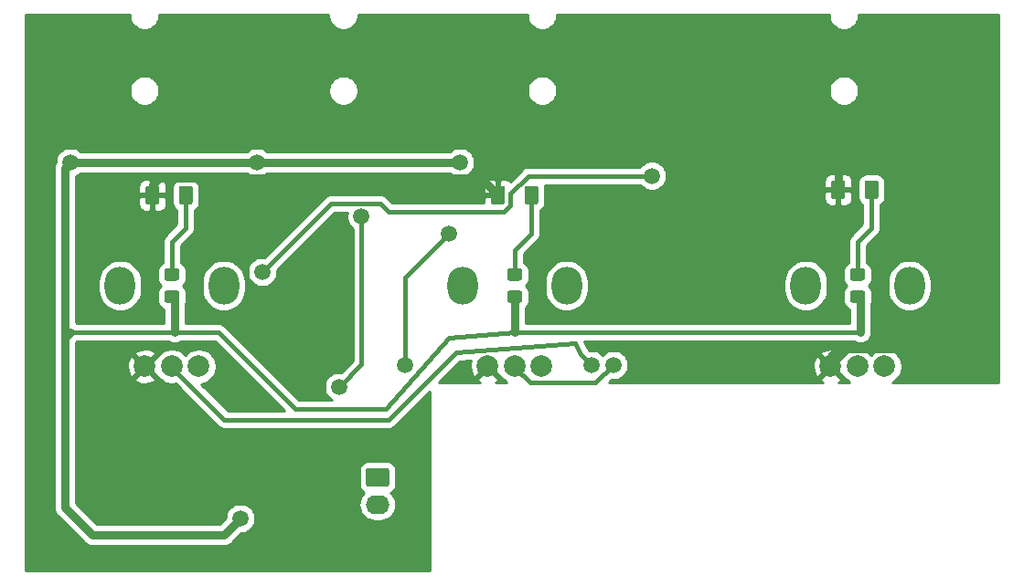
<source format=gbr>
%TF.GenerationSoftware,KiCad,Pcbnew,5.1.7-a382d34a8~87~ubuntu20.04.1*%
%TF.CreationDate,2020-10-16T18:55:23+02:00*%
%TF.ProjectId,3Channel-PiezoAmp,33436861-6e6e-4656-9c2d-5069657a6f41,rev?*%
%TF.SameCoordinates,Original*%
%TF.FileFunction,Copper,L1,Top*%
%TF.FilePolarity,Positive*%
%FSLAX46Y46*%
G04 Gerber Fmt 4.6, Leading zero omitted, Abs format (unit mm)*
G04 Created by KiCad (PCBNEW 5.1.7-a382d34a8~87~ubuntu20.04.1) date 2020-10-16 18:55:23*
%MOMM*%
%LPD*%
G01*
G04 APERTURE LIST*
%TA.AperFunction,ComponentPad*%
%ADD10C,2.000000*%
%TD*%
%TA.AperFunction,ComponentPad*%
%ADD11O,2.800000X3.500000*%
%TD*%
%TA.AperFunction,ComponentPad*%
%ADD12O,2.190000X1.740000*%
%TD*%
%TA.AperFunction,ViaPad*%
%ADD13C,1.500000*%
%TD*%
%TA.AperFunction,Conductor*%
%ADD14C,0.800000*%
%TD*%
%TA.AperFunction,Conductor*%
%ADD15C,0.400000*%
%TD*%
%TA.AperFunction,Conductor*%
%ADD16C,0.254000*%
%TD*%
%TA.AperFunction,Conductor*%
%ADD17C,0.100000*%
%TD*%
G04 APERTURE END LIST*
D10*
%TO.P,RV1,3*%
%TO.N,GND*%
X52110000Y-87510000D03*
%TO.P,RV1,2*%
%TO.N,Net-(C11-Pad1)*%
X54610000Y-87510000D03*
%TO.P,RV1,1*%
%TO.N,Net-(C8-Pad2)*%
X57110000Y-87510000D03*
D11*
%TO.P,RV1,*%
%TO.N,*%
X49810000Y-80010000D03*
X59410000Y-80010000D03*
%TD*%
D10*
%TO.P,RV2,3*%
%TO.N,GND*%
X83860000Y-87510000D03*
%TO.P,RV2,2*%
%TO.N,Net-(C12-Pad1)*%
X86360000Y-87510000D03*
%TO.P,RV2,1*%
%TO.N,Net-(C9-Pad2)*%
X88860000Y-87510000D03*
D11*
%TO.P,RV2,*%
%TO.N,*%
X81560000Y-80010000D03*
X91160000Y-80010000D03*
%TD*%
D10*
%TO.P,RV3,3*%
%TO.N,GND*%
X115610000Y-87510000D03*
%TO.P,RV3,2*%
%TO.N,Net-(C13-Pad1)*%
X118110000Y-87510000D03*
%TO.P,RV3,1*%
%TO.N,Net-(C10-Pad2)*%
X120610000Y-87510000D03*
D11*
%TO.P,RV3,*%
%TO.N,*%
X113310000Y-80010000D03*
X122910000Y-80010000D03*
%TD*%
%TO.P,BT1,1*%
%TO.N,+9V*%
%TA.AperFunction,ComponentPad*%
G36*
G01*
X72814999Y-96920000D02*
X74505001Y-96920000D01*
G75*
G02*
X74755000Y-97169999I0J-249999D01*
G01*
X74755000Y-98410001D01*
G75*
G02*
X74505001Y-98660000I-249999J0D01*
G01*
X72814999Y-98660000D01*
G75*
G02*
X72565000Y-98410001I0J249999D01*
G01*
X72565000Y-97169999D01*
G75*
G02*
X72814999Y-96920000I249999J0D01*
G01*
G37*
%TD.AperFunction*%
D12*
%TO.P,BT1,2*%
%TO.N,GNDswitch*%
X73660000Y-100330000D03*
%TD*%
%TO.P,LED1,1*%
%TO.N,Net-(LED1-Pad1)*%
%TA.AperFunction,SMDPad,CuDef*%
G36*
G01*
X54159999Y-78410000D02*
X55060001Y-78410000D01*
G75*
G02*
X55310000Y-78659999I0J-249999D01*
G01*
X55310000Y-79310001D01*
G75*
G02*
X55060001Y-79560000I-249999J0D01*
G01*
X54159999Y-79560000D01*
G75*
G02*
X53910000Y-79310001I0J249999D01*
G01*
X53910000Y-78659999D01*
G75*
G02*
X54159999Y-78410000I249999J0D01*
G01*
G37*
%TD.AperFunction*%
%TO.P,LED1,2*%
%TO.N,+9V*%
%TA.AperFunction,SMDPad,CuDef*%
G36*
G01*
X54159999Y-80460000D02*
X55060001Y-80460000D01*
G75*
G02*
X55310000Y-80709999I0J-249999D01*
G01*
X55310000Y-81360001D01*
G75*
G02*
X55060001Y-81610000I-249999J0D01*
G01*
X54159999Y-81610000D01*
G75*
G02*
X53910000Y-81360001I0J249999D01*
G01*
X53910000Y-80709999D01*
G75*
G02*
X54159999Y-80460000I249999J0D01*
G01*
G37*
%TD.AperFunction*%
%TD*%
%TO.P,LED2,1*%
%TO.N,Net-(LED2-Pad1)*%
%TA.AperFunction,SMDPad,CuDef*%
G36*
G01*
X85909999Y-78410000D02*
X86810001Y-78410000D01*
G75*
G02*
X87060000Y-78659999I0J-249999D01*
G01*
X87060000Y-79310001D01*
G75*
G02*
X86810001Y-79560000I-249999J0D01*
G01*
X85909999Y-79560000D01*
G75*
G02*
X85660000Y-79310001I0J249999D01*
G01*
X85660000Y-78659999D01*
G75*
G02*
X85909999Y-78410000I249999J0D01*
G01*
G37*
%TD.AperFunction*%
%TO.P,LED2,2*%
%TO.N,+9V*%
%TA.AperFunction,SMDPad,CuDef*%
G36*
G01*
X85909999Y-80460000D02*
X86810001Y-80460000D01*
G75*
G02*
X87060000Y-80709999I0J-249999D01*
G01*
X87060000Y-81360001D01*
G75*
G02*
X86810001Y-81610000I-249999J0D01*
G01*
X85909999Y-81610000D01*
G75*
G02*
X85660000Y-81360001I0J249999D01*
G01*
X85660000Y-80709999D01*
G75*
G02*
X85909999Y-80460000I249999J0D01*
G01*
G37*
%TD.AperFunction*%
%TD*%
%TO.P,LED3,2*%
%TO.N,+9V*%
%TA.AperFunction,SMDPad,CuDef*%
G36*
G01*
X117659999Y-80460000D02*
X118560001Y-80460000D01*
G75*
G02*
X118810000Y-80709999I0J-249999D01*
G01*
X118810000Y-81360001D01*
G75*
G02*
X118560001Y-81610000I-249999J0D01*
G01*
X117659999Y-81610000D01*
G75*
G02*
X117410000Y-81360001I0J249999D01*
G01*
X117410000Y-80709999D01*
G75*
G02*
X117659999Y-80460000I249999J0D01*
G01*
G37*
%TD.AperFunction*%
%TO.P,LED3,1*%
%TO.N,Net-(LED3-Pad1)*%
%TA.AperFunction,SMDPad,CuDef*%
G36*
G01*
X117659999Y-78410000D02*
X118560001Y-78410000D01*
G75*
G02*
X118810000Y-78659999I0J-249999D01*
G01*
X118810000Y-79310001D01*
G75*
G02*
X118560001Y-79560000I-249999J0D01*
G01*
X117659999Y-79560000D01*
G75*
G02*
X117410000Y-79310001I0J249999D01*
G01*
X117410000Y-78659999D01*
G75*
G02*
X117659999Y-78410000I249999J0D01*
G01*
G37*
%TD.AperFunction*%
%TD*%
%TO.P,R14,2*%
%TO.N,Net-(LED1-Pad1)*%
%TA.AperFunction,SMDPad,CuDef*%
G36*
G01*
X55256000Y-72253000D02*
X55256000Y-71003000D01*
G75*
G02*
X55506000Y-70753000I250000J0D01*
G01*
X56306000Y-70753000D01*
G75*
G02*
X56556000Y-71003000I0J-250000D01*
G01*
X56556000Y-72253000D01*
G75*
G02*
X56306000Y-72503000I-250000J0D01*
G01*
X55506000Y-72503000D01*
G75*
G02*
X55256000Y-72253000I0J250000D01*
G01*
G37*
%TD.AperFunction*%
%TO.P,R14,1*%
%TO.N,GND*%
%TA.AperFunction,SMDPad,CuDef*%
G36*
G01*
X52156000Y-72253000D02*
X52156000Y-71003000D01*
G75*
G02*
X52406000Y-70753000I250000J0D01*
G01*
X53206000Y-70753000D01*
G75*
G02*
X53456000Y-71003000I0J-250000D01*
G01*
X53456000Y-72253000D01*
G75*
G02*
X53206000Y-72503000I-250000J0D01*
G01*
X52406000Y-72503000D01*
G75*
G02*
X52156000Y-72253000I0J250000D01*
G01*
G37*
%TD.AperFunction*%
%TD*%
%TO.P,R15,2*%
%TO.N,Net-(LED2-Pad1)*%
%TA.AperFunction,SMDPad,CuDef*%
G36*
G01*
X87260000Y-72253000D02*
X87260000Y-71003000D01*
G75*
G02*
X87510000Y-70753000I250000J0D01*
G01*
X88310000Y-70753000D01*
G75*
G02*
X88560000Y-71003000I0J-250000D01*
G01*
X88560000Y-72253000D01*
G75*
G02*
X88310000Y-72503000I-250000J0D01*
G01*
X87510000Y-72503000D01*
G75*
G02*
X87260000Y-72253000I0J250000D01*
G01*
G37*
%TD.AperFunction*%
%TO.P,R15,1*%
%TO.N,GND*%
%TA.AperFunction,SMDPad,CuDef*%
G36*
G01*
X84160000Y-72253000D02*
X84160000Y-71003000D01*
G75*
G02*
X84410000Y-70753000I250000J0D01*
G01*
X85210000Y-70753000D01*
G75*
G02*
X85460000Y-71003000I0J-250000D01*
G01*
X85460000Y-72253000D01*
G75*
G02*
X85210000Y-72503000I-250000J0D01*
G01*
X84410000Y-72503000D01*
G75*
G02*
X84160000Y-72253000I0J250000D01*
G01*
G37*
%TD.AperFunction*%
%TD*%
%TO.P,R16,1*%
%TO.N,GND*%
%TA.AperFunction,SMDPad,CuDef*%
G36*
G01*
X115656000Y-71745000D02*
X115656000Y-70495000D01*
G75*
G02*
X115906000Y-70245000I250000J0D01*
G01*
X116706000Y-70245000D01*
G75*
G02*
X116956000Y-70495000I0J-250000D01*
G01*
X116956000Y-71745000D01*
G75*
G02*
X116706000Y-71995000I-250000J0D01*
G01*
X115906000Y-71995000D01*
G75*
G02*
X115656000Y-71745000I0J250000D01*
G01*
G37*
%TD.AperFunction*%
%TO.P,R16,2*%
%TO.N,Net-(LED3-Pad1)*%
%TA.AperFunction,SMDPad,CuDef*%
G36*
G01*
X118756000Y-71745000D02*
X118756000Y-70495000D01*
G75*
G02*
X119006000Y-70245000I250000J0D01*
G01*
X119806000Y-70245000D01*
G75*
G02*
X120056000Y-70495000I0J-250000D01*
G01*
X120056000Y-71745000D01*
G75*
G02*
X119806000Y-71995000I-250000J0D01*
G01*
X119006000Y-71995000D01*
G75*
G02*
X118756000Y-71745000I0J250000D01*
G01*
G37*
%TD.AperFunction*%
%TD*%
D13*
%TO.N,GND*%
X124460000Y-60960000D03*
X70104000Y-87376000D03*
X92964000Y-76200000D03*
%TO.N,Net-(C3-Pad1)*%
X72174500Y-73621500D03*
X70104000Y-89408000D03*
%TO.N,Net-(C6-Pad1)*%
X76200000Y-87376000D03*
X80264000Y-75184000D03*
%TO.N,Net-(C7-Pad1)*%
X99060000Y-69830000D03*
X62992000Y-78740000D03*
%TO.N,Net-(C11-Pad1)*%
X93472000Y-87376000D03*
%TO.N,Net-(C12-Pad1)*%
X95504000Y-87376000D03*
%TO.N,+9V*%
X45212000Y-68580000D03*
X62484000Y-68580000D03*
X81280000Y-68580000D03*
X60960000Y-101600000D03*
%TD*%
D14*
%TO.N,GND*%
X116306000Y-69114000D02*
X116306000Y-71120000D01*
X126492000Y-85344000D02*
X126492000Y-69596000D01*
X125984000Y-85852000D02*
X126492000Y-85344000D01*
X126492000Y-69596000D02*
X125476000Y-68580000D01*
X116332000Y-85852000D02*
X125984000Y-85852000D01*
X115650000Y-86534000D02*
X116332000Y-85852000D01*
X116840000Y-68580000D02*
X116306000Y-69114000D01*
X115650000Y-87630000D02*
X115650000Y-86534000D01*
X124460000Y-68580000D02*
X124460000Y-60960000D01*
X125476000Y-68580000D02*
X124460000Y-68580000D01*
X124460000Y-68580000D02*
X116840000Y-68580000D01*
X83234990Y-70052990D02*
X84810000Y-71628000D01*
X52806000Y-70638000D02*
X53391010Y-70052990D01*
X53391010Y-70052990D02*
X83234990Y-70052990D01*
X52806000Y-71628000D02*
X52806000Y-70638000D01*
X83234990Y-70052990D02*
X83363010Y-70052990D01*
X83363010Y-70052990D02*
X86360000Y-67056000D01*
X115316000Y-67056000D02*
X116840000Y-68580000D01*
X92964000Y-76200000D02*
X100076000Y-76200000D01*
X104140000Y-72136000D02*
X104140000Y-67056000D01*
X100076000Y-76200000D02*
X104140000Y-72136000D01*
X104140000Y-67056000D02*
X115316000Y-67056000D01*
X86360000Y-67056000D02*
X104140000Y-67056000D01*
D15*
%TO.N,Net-(C3-Pad1)*%
X72174500Y-73621500D02*
X72174500Y-87337500D01*
X72174500Y-87337500D02*
X70104000Y-89408000D01*
%TO.N,Net-(C6-Pad1)*%
X76200000Y-79248000D02*
X80264000Y-75184000D01*
X76200000Y-87376000D02*
X76200000Y-79248000D01*
%TO.N,Net-(C7-Pad1)*%
X85960010Y-72563668D02*
X85371678Y-73152000D01*
X85960010Y-71492312D02*
X85960010Y-72563668D01*
X87622322Y-69830000D02*
X85960010Y-71492312D01*
X99060000Y-69830000D02*
X87622322Y-69830000D01*
X85371678Y-73152000D02*
X74676000Y-73152000D01*
X73895499Y-72371499D02*
X69360501Y-72371499D01*
X74676000Y-73152000D02*
X73895499Y-72371499D01*
X69360501Y-72371499D02*
X62992000Y-78740000D01*
%TO.N,Net-(C11-Pad1)*%
X92456000Y-86360000D02*
X93472000Y-87376000D01*
X91948000Y-85344000D02*
X92456000Y-86360000D01*
X74676000Y-92456000D02*
X80902001Y-86229999D01*
X59476000Y-92456000D02*
X74676000Y-92456000D01*
X80902001Y-86229999D02*
X91948000Y-85344000D01*
X54650000Y-87630000D02*
X59476000Y-92456000D01*
%TO.N,Net-(C12-Pad1)*%
X87800001Y-89030001D02*
X86400000Y-87630000D01*
X93849999Y-89030001D02*
X87800001Y-89030001D01*
X95504000Y-87376000D02*
X93849999Y-89030001D01*
D14*
%TO.N,+9V*%
X54864000Y-81289000D02*
X54610000Y-81035000D01*
X54864000Y-84328000D02*
X54864000Y-81289000D01*
X86360000Y-84328000D02*
X86360000Y-81035000D01*
X118364000Y-81289000D02*
X118110000Y-81035000D01*
X118364000Y-84328000D02*
X118364000Y-81289000D01*
X44704000Y-69088000D02*
X45212000Y-68580000D01*
X44704000Y-81280000D02*
X44704000Y-69088000D01*
X45212000Y-68580000D02*
X62484000Y-68580000D01*
X62484000Y-68580000D02*
X81280000Y-68580000D01*
X44704000Y-100584000D02*
X47244000Y-103124000D01*
X47244000Y-103124000D02*
X59436000Y-103124000D01*
X59436000Y-103124000D02*
X60960000Y-101600000D01*
X45212000Y-84328000D02*
X44704000Y-84836000D01*
D15*
X54864000Y-84328000D02*
X45212000Y-84328000D01*
D14*
X44704000Y-84836000D02*
X44704000Y-100584000D01*
X44704000Y-81280000D02*
X44704000Y-84836000D01*
D15*
X87361989Y-84328000D02*
X118364000Y-84328000D01*
X74419194Y-91440000D02*
X80264000Y-84836000D01*
X80264000Y-84836000D02*
X86360000Y-84328000D01*
X66040000Y-91440000D02*
X74419194Y-91440000D01*
X58928000Y-84328000D02*
X66040000Y-91440000D01*
X54864000Y-84328000D02*
X58928000Y-84328000D01*
X87361989Y-84328000D02*
X86360000Y-84328000D01*
%TO.N,Net-(LED1-Pad1)*%
X55906000Y-71628000D02*
X55906000Y-74650000D01*
X54610000Y-75946000D02*
X54610000Y-78985000D01*
X55906000Y-74650000D02*
X54610000Y-75946000D01*
%TO.N,Net-(LED2-Pad1)*%
X87910000Y-71628000D02*
X87910000Y-75158000D01*
X87910000Y-75158000D02*
X86360000Y-76708000D01*
X86360000Y-76708000D02*
X86360000Y-78985000D01*
%TO.N,Net-(LED3-Pad1)*%
X119406000Y-71120000D02*
X119406000Y-74650000D01*
X118110000Y-75946000D02*
X118110000Y-78985000D01*
X119406000Y-74650000D02*
X118110000Y-75946000D01*
%TD*%
D16*
%TO.N,GND*%
X50685000Y-55051411D02*
X50738225Y-55318989D01*
X50842629Y-55571043D01*
X50994201Y-55797886D01*
X51187114Y-55990799D01*
X51413957Y-56142371D01*
X51666011Y-56246775D01*
X51933589Y-56300000D01*
X52206411Y-56300000D01*
X52473989Y-56246775D01*
X52726043Y-56142371D01*
X52952886Y-55990799D01*
X53145799Y-55797886D01*
X53297371Y-55571043D01*
X53401775Y-55318989D01*
X53455000Y-55051411D01*
X53455000Y-54904544D01*
X69100000Y-54904544D01*
X69100000Y-55051411D01*
X69153225Y-55318989D01*
X69257629Y-55571043D01*
X69409201Y-55797886D01*
X69602114Y-55990799D01*
X69828957Y-56142371D01*
X70081011Y-56246775D01*
X70348589Y-56300000D01*
X70621411Y-56300000D01*
X70888989Y-56246775D01*
X71141043Y-56142371D01*
X71367886Y-55990799D01*
X71560799Y-55797886D01*
X71712371Y-55571043D01*
X71816775Y-55318989D01*
X71870000Y-55051411D01*
X71870000Y-54904544D01*
X87515000Y-54904544D01*
X87515000Y-55051411D01*
X87568225Y-55318989D01*
X87672629Y-55571043D01*
X87824201Y-55797886D01*
X88017114Y-55990799D01*
X88243957Y-56142371D01*
X88496011Y-56246775D01*
X88763589Y-56300000D01*
X89036411Y-56300000D01*
X89303989Y-56246775D01*
X89556043Y-56142371D01*
X89782886Y-55990799D01*
X89975799Y-55797886D01*
X90127371Y-55571043D01*
X90231775Y-55318989D01*
X90285000Y-55051411D01*
X90285000Y-54904544D01*
X115455000Y-54904544D01*
X115455000Y-55051411D01*
X115508225Y-55318989D01*
X115612629Y-55571043D01*
X115764201Y-55797886D01*
X115957114Y-55990799D01*
X116183957Y-56142371D01*
X116436011Y-56246775D01*
X116703589Y-56300000D01*
X116976411Y-56300000D01*
X117243989Y-56246775D01*
X117496043Y-56142371D01*
X117722886Y-55990799D01*
X117915799Y-55797886D01*
X118067371Y-55571043D01*
X118171775Y-55318989D01*
X118225000Y-55051411D01*
X118225000Y-54904544D01*
X131158877Y-54904544D01*
X131158878Y-88982245D01*
X121328147Y-88982245D01*
X121384463Y-88958918D01*
X121652252Y-88779987D01*
X121879987Y-88552252D01*
X122058918Y-88284463D01*
X122182168Y-87986912D01*
X122245000Y-87671033D01*
X122245000Y-87348967D01*
X122182168Y-87033088D01*
X122058918Y-86735537D01*
X121879987Y-86467748D01*
X121652252Y-86240013D01*
X121384463Y-86061082D01*
X121086912Y-85937832D01*
X120771033Y-85875000D01*
X120448967Y-85875000D01*
X120133088Y-85937832D01*
X119835537Y-86061082D01*
X119567748Y-86240013D01*
X119360000Y-86447761D01*
X119152252Y-86240013D01*
X118884463Y-86061082D01*
X118586912Y-85937832D01*
X118271033Y-85875000D01*
X117948967Y-85875000D01*
X117633088Y-85937832D01*
X117335537Y-86061082D01*
X117067748Y-86240013D01*
X116840013Y-86467748D01*
X116775075Y-86564935D01*
X116745413Y-86554192D01*
X115789605Y-87510000D01*
X116745413Y-88465808D01*
X116775075Y-88455065D01*
X116840013Y-88552252D01*
X117067748Y-88779987D01*
X117335537Y-88958918D01*
X117391853Y-88982245D01*
X116334535Y-88982245D01*
X116470044Y-88909814D01*
X116565808Y-88645413D01*
X115610000Y-87689605D01*
X114654192Y-88645413D01*
X114749956Y-88909814D01*
X114898846Y-88982245D01*
X95078623Y-88982245D01*
X95311104Y-88749764D01*
X95367589Y-88761000D01*
X95640411Y-88761000D01*
X95907989Y-88707775D01*
X96160043Y-88603371D01*
X96386886Y-88451799D01*
X96579799Y-88258886D01*
X96731371Y-88032043D01*
X96835775Y-87779989D01*
X96877028Y-87572595D01*
X113968282Y-87572595D01*
X114012039Y-87891675D01*
X114117205Y-88196088D01*
X114210186Y-88370044D01*
X114474587Y-88465808D01*
X115430395Y-87510000D01*
X114474587Y-86554192D01*
X114210186Y-86649956D01*
X114069296Y-86939571D01*
X113987616Y-87251108D01*
X113968282Y-87572595D01*
X96877028Y-87572595D01*
X96889000Y-87512411D01*
X96889000Y-87239589D01*
X96835775Y-86972011D01*
X96731371Y-86719957D01*
X96579799Y-86493114D01*
X96461272Y-86374587D01*
X114654192Y-86374587D01*
X115610000Y-87330395D01*
X116565808Y-86374587D01*
X116470044Y-86110186D01*
X116180429Y-85969296D01*
X115868892Y-85887616D01*
X115547405Y-85868282D01*
X115228325Y-85912039D01*
X114923912Y-86017205D01*
X114749956Y-86110186D01*
X114654192Y-86374587D01*
X96461272Y-86374587D01*
X96386886Y-86300201D01*
X96160043Y-86148629D01*
X95907989Y-86044225D01*
X95640411Y-85991000D01*
X95367589Y-85991000D01*
X95100011Y-86044225D01*
X94847957Y-86148629D01*
X94621114Y-86300201D01*
X94488000Y-86433315D01*
X94354886Y-86300201D01*
X94128043Y-86148629D01*
X93875989Y-86044225D01*
X93608411Y-85991000D01*
X93335589Y-85991000D01*
X93279103Y-86002236D01*
X93142250Y-85865382D01*
X92791058Y-85163000D01*
X117749972Y-85163000D01*
X117786203Y-85192734D01*
X117966007Y-85288841D01*
X118161105Y-85348024D01*
X118364000Y-85368007D01*
X118566894Y-85348024D01*
X118761992Y-85288841D01*
X118941797Y-85192734D01*
X119099396Y-85063396D01*
X119228734Y-84905797D01*
X119324841Y-84725993D01*
X119384024Y-84530895D01*
X119399000Y-84378838D01*
X119399000Y-81638772D01*
X119431008Y-81533255D01*
X119448072Y-81360001D01*
X119448072Y-80709999D01*
X119431008Y-80536745D01*
X119380472Y-80370149D01*
X119298405Y-80216613D01*
X119187962Y-80082038D01*
X119100184Y-80010000D01*
X119187962Y-79937962D01*
X119298405Y-79803387D01*
X119380472Y-79649851D01*
X119407718Y-79560032D01*
X120875000Y-79560032D01*
X120875000Y-80459969D01*
X120904445Y-80758930D01*
X121020809Y-81142529D01*
X121209773Y-81496056D01*
X121464077Y-81805924D01*
X121773945Y-82060227D01*
X122127472Y-82249191D01*
X122511071Y-82365555D01*
X122910000Y-82404846D01*
X123308930Y-82365555D01*
X123692529Y-82249191D01*
X124046056Y-82060227D01*
X124355924Y-81805924D01*
X124610227Y-81496056D01*
X124799191Y-81142529D01*
X124915555Y-80758929D01*
X124945000Y-80459968D01*
X124945000Y-79560031D01*
X124915555Y-79261070D01*
X124799191Y-78877471D01*
X124610227Y-78523944D01*
X124355924Y-78214076D01*
X124046056Y-77959773D01*
X123692528Y-77770809D01*
X123308929Y-77654445D01*
X122910000Y-77615154D01*
X122511070Y-77654445D01*
X122127471Y-77770809D01*
X121773944Y-77959773D01*
X121464076Y-78214076D01*
X121209773Y-78523944D01*
X121020809Y-78877472D01*
X120904445Y-79261071D01*
X120875000Y-79560032D01*
X119407718Y-79560032D01*
X119431008Y-79483255D01*
X119448072Y-79310001D01*
X119448072Y-78659999D01*
X119431008Y-78486745D01*
X119380472Y-78320149D01*
X119298405Y-78166613D01*
X119187962Y-78032038D01*
X119053387Y-77921595D01*
X118945000Y-77863661D01*
X118945000Y-76291867D01*
X119967432Y-75269437D01*
X119999291Y-75243291D01*
X120103636Y-75116146D01*
X120181172Y-74971087D01*
X120228918Y-74813689D01*
X120241000Y-74691019D01*
X120241000Y-74691018D01*
X120245040Y-74650000D01*
X120241000Y-74608982D01*
X120241000Y-72514613D01*
X120299386Y-72483405D01*
X120433962Y-72372962D01*
X120544405Y-72238386D01*
X120626472Y-72084850D01*
X120677008Y-71918254D01*
X120694072Y-71745000D01*
X120694072Y-70495000D01*
X120677008Y-70321746D01*
X120626472Y-70155150D01*
X120544405Y-70001614D01*
X120433962Y-69867038D01*
X120299386Y-69756595D01*
X120145850Y-69674528D01*
X119979254Y-69623992D01*
X119806000Y-69606928D01*
X119006000Y-69606928D01*
X118832746Y-69623992D01*
X118666150Y-69674528D01*
X118512614Y-69756595D01*
X118378038Y-69867038D01*
X118267595Y-70001614D01*
X118185528Y-70155150D01*
X118134992Y-70321746D01*
X118117928Y-70495000D01*
X118117928Y-71745000D01*
X118134992Y-71918254D01*
X118185528Y-72084850D01*
X118267595Y-72238386D01*
X118378038Y-72372962D01*
X118512614Y-72483405D01*
X118571000Y-72514613D01*
X118571001Y-74304131D01*
X117548578Y-75326554D01*
X117516709Y-75352709D01*
X117457241Y-75425172D01*
X117412364Y-75479855D01*
X117334828Y-75624914D01*
X117287082Y-75782312D01*
X117270960Y-75946000D01*
X117275000Y-75987019D01*
X117275001Y-77863660D01*
X117166613Y-77921595D01*
X117032038Y-78032038D01*
X116921595Y-78166613D01*
X116839528Y-78320149D01*
X116788992Y-78486745D01*
X116771928Y-78659999D01*
X116771928Y-79310001D01*
X116788992Y-79483255D01*
X116839528Y-79649851D01*
X116921595Y-79803387D01*
X117032038Y-79937962D01*
X117119816Y-80010000D01*
X117032038Y-80082038D01*
X116921595Y-80216613D01*
X116839528Y-80370149D01*
X116788992Y-80536745D01*
X116771928Y-80709999D01*
X116771928Y-81360001D01*
X116788992Y-81533255D01*
X116839528Y-81699851D01*
X116921595Y-81853387D01*
X117032038Y-81987962D01*
X117166613Y-82098405D01*
X117320149Y-82180472D01*
X117329001Y-82183157D01*
X117329000Y-83493000D01*
X87395000Y-83493000D01*
X87395000Y-82023220D01*
X87437962Y-81987962D01*
X87548405Y-81853387D01*
X87630472Y-81699851D01*
X87681008Y-81533255D01*
X87698072Y-81360001D01*
X87698072Y-80709999D01*
X87681008Y-80536745D01*
X87630472Y-80370149D01*
X87548405Y-80216613D01*
X87437962Y-80082038D01*
X87350184Y-80010000D01*
X87437962Y-79937962D01*
X87548405Y-79803387D01*
X87630472Y-79649851D01*
X87657718Y-79560032D01*
X89125000Y-79560032D01*
X89125000Y-80459969D01*
X89154445Y-80758930D01*
X89270809Y-81142529D01*
X89459773Y-81496056D01*
X89714077Y-81805924D01*
X90023945Y-82060227D01*
X90377472Y-82249191D01*
X90761071Y-82365555D01*
X91160000Y-82404846D01*
X91558930Y-82365555D01*
X91942529Y-82249191D01*
X92296056Y-82060227D01*
X92605924Y-81805924D01*
X92860227Y-81496056D01*
X93049191Y-81142529D01*
X93165555Y-80758929D01*
X93195000Y-80459968D01*
X93195000Y-79560032D01*
X111275000Y-79560032D01*
X111275000Y-80459969D01*
X111304445Y-80758930D01*
X111420809Y-81142529D01*
X111609773Y-81496056D01*
X111864077Y-81805924D01*
X112173945Y-82060227D01*
X112527472Y-82249191D01*
X112911071Y-82365555D01*
X113310000Y-82404846D01*
X113708930Y-82365555D01*
X114092529Y-82249191D01*
X114446056Y-82060227D01*
X114755924Y-81805924D01*
X115010227Y-81496056D01*
X115199191Y-81142529D01*
X115315555Y-80758929D01*
X115345000Y-80459968D01*
X115345000Y-79560031D01*
X115315555Y-79261070D01*
X115199191Y-78877471D01*
X115010227Y-78523944D01*
X114755924Y-78214076D01*
X114446056Y-77959773D01*
X114092528Y-77770809D01*
X113708929Y-77654445D01*
X113310000Y-77615154D01*
X112911070Y-77654445D01*
X112527471Y-77770809D01*
X112173944Y-77959773D01*
X111864076Y-78214076D01*
X111609773Y-78523944D01*
X111420809Y-78877472D01*
X111304445Y-79261071D01*
X111275000Y-79560032D01*
X93195000Y-79560032D01*
X93195000Y-79560031D01*
X93165555Y-79261070D01*
X93049191Y-78877471D01*
X92860227Y-78523944D01*
X92605924Y-78214076D01*
X92296056Y-77959773D01*
X91942528Y-77770809D01*
X91558929Y-77654445D01*
X91160000Y-77615154D01*
X90761070Y-77654445D01*
X90377471Y-77770809D01*
X90023944Y-77959773D01*
X89714076Y-78214076D01*
X89459773Y-78523944D01*
X89270809Y-78877472D01*
X89154445Y-79261071D01*
X89125000Y-79560032D01*
X87657718Y-79560032D01*
X87681008Y-79483255D01*
X87698072Y-79310001D01*
X87698072Y-78659999D01*
X87681008Y-78486745D01*
X87630472Y-78320149D01*
X87548405Y-78166613D01*
X87437962Y-78032038D01*
X87303387Y-77921595D01*
X87195000Y-77863661D01*
X87195000Y-77053867D01*
X88471426Y-75777441D01*
X88503291Y-75751291D01*
X88607636Y-75624146D01*
X88685172Y-75479087D01*
X88732918Y-75321689D01*
X88745000Y-75199019D01*
X88749040Y-75158001D01*
X88745000Y-75116982D01*
X88745000Y-73022613D01*
X88803386Y-72991405D01*
X88937962Y-72880962D01*
X89048405Y-72746386D01*
X89130472Y-72592850D01*
X89181008Y-72426254D01*
X89198072Y-72253000D01*
X89198072Y-71995000D01*
X115017928Y-71995000D01*
X115030188Y-72119482D01*
X115066498Y-72239180D01*
X115125463Y-72349494D01*
X115204815Y-72446185D01*
X115301506Y-72525537D01*
X115411820Y-72584502D01*
X115531518Y-72620812D01*
X115656000Y-72633072D01*
X116020250Y-72630000D01*
X116179000Y-72471250D01*
X116179000Y-71247000D01*
X116433000Y-71247000D01*
X116433000Y-72471250D01*
X116591750Y-72630000D01*
X116956000Y-72633072D01*
X117080482Y-72620812D01*
X117200180Y-72584502D01*
X117310494Y-72525537D01*
X117407185Y-72446185D01*
X117486537Y-72349494D01*
X117545502Y-72239180D01*
X117581812Y-72119482D01*
X117594072Y-71995000D01*
X117591000Y-71405750D01*
X117432250Y-71247000D01*
X116433000Y-71247000D01*
X116179000Y-71247000D01*
X115179750Y-71247000D01*
X115021000Y-71405750D01*
X115017928Y-71995000D01*
X89198072Y-71995000D01*
X89198072Y-71003000D01*
X89181008Y-70829746D01*
X89131033Y-70665000D01*
X97952205Y-70665000D01*
X97984201Y-70712886D01*
X98177114Y-70905799D01*
X98403957Y-71057371D01*
X98656011Y-71161775D01*
X98923589Y-71215000D01*
X99196411Y-71215000D01*
X99463989Y-71161775D01*
X99716043Y-71057371D01*
X99942886Y-70905799D01*
X100135799Y-70712886D01*
X100287371Y-70486043D01*
X100387214Y-70245000D01*
X115017928Y-70245000D01*
X115021000Y-70834250D01*
X115179750Y-70993000D01*
X116179000Y-70993000D01*
X116179000Y-69768750D01*
X116433000Y-69768750D01*
X116433000Y-70993000D01*
X117432250Y-70993000D01*
X117591000Y-70834250D01*
X117594072Y-70245000D01*
X117581812Y-70120518D01*
X117545502Y-70000820D01*
X117486537Y-69890506D01*
X117407185Y-69793815D01*
X117310494Y-69714463D01*
X117200180Y-69655498D01*
X117080482Y-69619188D01*
X116956000Y-69606928D01*
X116591750Y-69610000D01*
X116433000Y-69768750D01*
X116179000Y-69768750D01*
X116020250Y-69610000D01*
X115656000Y-69606928D01*
X115531518Y-69619188D01*
X115411820Y-69655498D01*
X115301506Y-69714463D01*
X115204815Y-69793815D01*
X115125463Y-69890506D01*
X115066498Y-70000820D01*
X115030188Y-70120518D01*
X115017928Y-70245000D01*
X100387214Y-70245000D01*
X100391775Y-70233989D01*
X100445000Y-69966411D01*
X100445000Y-69693589D01*
X100391775Y-69426011D01*
X100287371Y-69173957D01*
X100135799Y-68947114D01*
X99942886Y-68754201D01*
X99716043Y-68602629D01*
X99463989Y-68498225D01*
X99196411Y-68445000D01*
X98923589Y-68445000D01*
X98656011Y-68498225D01*
X98403957Y-68602629D01*
X98177114Y-68754201D01*
X97984201Y-68947114D01*
X97952205Y-68995000D01*
X87663340Y-68995000D01*
X87622321Y-68990960D01*
X87581303Y-68995000D01*
X87458633Y-69007082D01*
X87301235Y-69054828D01*
X87156176Y-69132364D01*
X87029031Y-69236709D01*
X87002881Y-69268574D01*
X85937534Y-70333921D01*
X85911185Y-70301815D01*
X85814494Y-70222463D01*
X85704180Y-70163498D01*
X85584482Y-70127188D01*
X85460000Y-70114928D01*
X85095750Y-70118000D01*
X84937000Y-70276750D01*
X84937000Y-71501000D01*
X84957000Y-71501000D01*
X84957000Y-71755000D01*
X84937000Y-71755000D01*
X84937000Y-71775000D01*
X84683000Y-71775000D01*
X84683000Y-71755000D01*
X83683750Y-71755000D01*
X83525000Y-71913750D01*
X83522898Y-72317000D01*
X75021868Y-72317000D01*
X74514945Y-71810078D01*
X74488790Y-71778208D01*
X74361645Y-71673863D01*
X74216586Y-71596327D01*
X74059188Y-71548581D01*
X73936518Y-71536499D01*
X73936517Y-71536499D01*
X73895499Y-71532459D01*
X73854481Y-71536499D01*
X69401508Y-71536499D01*
X69360500Y-71532460D01*
X69319492Y-71536499D01*
X69319482Y-71536499D01*
X69196812Y-71548581D01*
X69039414Y-71596327D01*
X68894355Y-71673863D01*
X68767210Y-71778208D01*
X68741060Y-71810072D01*
X63184897Y-77366236D01*
X63128411Y-77355000D01*
X62855589Y-77355000D01*
X62588011Y-77408225D01*
X62335957Y-77512629D01*
X62109114Y-77664201D01*
X61916201Y-77857114D01*
X61764629Y-78083957D01*
X61660225Y-78336011D01*
X61607000Y-78603589D01*
X61607000Y-78876411D01*
X61660225Y-79143989D01*
X61764629Y-79396043D01*
X61916201Y-79622886D01*
X62109114Y-79815799D01*
X62335957Y-79967371D01*
X62588011Y-80071775D01*
X62855589Y-80125000D01*
X63128411Y-80125000D01*
X63395989Y-80071775D01*
X63648043Y-79967371D01*
X63874886Y-79815799D01*
X64067799Y-79622886D01*
X64219371Y-79396043D01*
X64323775Y-79143989D01*
X64377000Y-78876411D01*
X64377000Y-78603589D01*
X64365764Y-78547103D01*
X69706369Y-73206499D01*
X70847286Y-73206499D01*
X70842725Y-73217511D01*
X70789500Y-73485089D01*
X70789500Y-73757911D01*
X70842725Y-74025489D01*
X70947129Y-74277543D01*
X71098701Y-74504386D01*
X71291614Y-74697299D01*
X71339500Y-74729296D01*
X71339501Y-86991631D01*
X70296897Y-88034236D01*
X70240411Y-88023000D01*
X69967589Y-88023000D01*
X69700011Y-88076225D01*
X69447957Y-88180629D01*
X69221114Y-88332201D01*
X69028201Y-88525114D01*
X68876629Y-88751957D01*
X68772225Y-89004011D01*
X68719000Y-89271589D01*
X68719000Y-89544411D01*
X68772225Y-89811989D01*
X68876629Y-90064043D01*
X69028201Y-90290886D01*
X69221114Y-90483799D01*
X69402504Y-90605000D01*
X66385869Y-90605000D01*
X59547446Y-83766579D01*
X59521291Y-83734709D01*
X59394146Y-83630364D01*
X59249087Y-83552828D01*
X59091689Y-83505082D01*
X58969019Y-83493000D01*
X58969018Y-83493000D01*
X58928000Y-83488960D01*
X58886982Y-83493000D01*
X55899000Y-83493000D01*
X55899000Y-81638772D01*
X55931008Y-81533255D01*
X55948072Y-81360001D01*
X55948072Y-80709999D01*
X55931008Y-80536745D01*
X55880472Y-80370149D01*
X55798405Y-80216613D01*
X55687962Y-80082038D01*
X55600184Y-80010000D01*
X55687962Y-79937962D01*
X55798405Y-79803387D01*
X55880472Y-79649851D01*
X55907718Y-79560032D01*
X57375000Y-79560032D01*
X57375000Y-80459969D01*
X57404445Y-80758930D01*
X57520809Y-81142529D01*
X57709773Y-81496056D01*
X57964077Y-81805924D01*
X58273945Y-82060227D01*
X58627472Y-82249191D01*
X59011071Y-82365555D01*
X59410000Y-82404846D01*
X59808930Y-82365555D01*
X60192529Y-82249191D01*
X60546056Y-82060227D01*
X60855924Y-81805924D01*
X61110227Y-81496056D01*
X61299191Y-81142529D01*
X61415555Y-80758929D01*
X61445000Y-80459968D01*
X61445000Y-79560031D01*
X61415555Y-79261070D01*
X61299191Y-78877471D01*
X61110227Y-78523944D01*
X60855924Y-78214076D01*
X60546056Y-77959773D01*
X60192528Y-77770809D01*
X59808929Y-77654445D01*
X59410000Y-77615154D01*
X59011070Y-77654445D01*
X58627471Y-77770809D01*
X58273944Y-77959773D01*
X57964076Y-78214076D01*
X57709773Y-78523944D01*
X57520809Y-78877472D01*
X57404445Y-79261071D01*
X57375000Y-79560032D01*
X55907718Y-79560032D01*
X55931008Y-79483255D01*
X55948072Y-79310001D01*
X55948072Y-78659999D01*
X55931008Y-78486745D01*
X55880472Y-78320149D01*
X55798405Y-78166613D01*
X55687962Y-78032038D01*
X55553387Y-77921595D01*
X55445000Y-77863661D01*
X55445000Y-76291867D01*
X56467432Y-75269437D01*
X56499291Y-75243291D01*
X56603636Y-75116146D01*
X56681172Y-74971087D01*
X56728918Y-74813689D01*
X56741000Y-74691019D01*
X56741000Y-74691018D01*
X56745040Y-74650000D01*
X56741000Y-74608982D01*
X56741000Y-73022613D01*
X56799386Y-72991405D01*
X56933962Y-72880962D01*
X57044405Y-72746386D01*
X57126472Y-72592850D01*
X57177008Y-72426254D01*
X57194072Y-72253000D01*
X57194072Y-71003000D01*
X57177008Y-70829746D01*
X57153728Y-70753000D01*
X83521928Y-70753000D01*
X83525000Y-71342250D01*
X83683750Y-71501000D01*
X84683000Y-71501000D01*
X84683000Y-70276750D01*
X84524250Y-70118000D01*
X84160000Y-70114928D01*
X84035518Y-70127188D01*
X83915820Y-70163498D01*
X83805506Y-70222463D01*
X83708815Y-70301815D01*
X83629463Y-70398506D01*
X83570498Y-70508820D01*
X83534188Y-70628518D01*
X83521928Y-70753000D01*
X57153728Y-70753000D01*
X57126472Y-70663150D01*
X57044405Y-70509614D01*
X56933962Y-70375038D01*
X56799386Y-70264595D01*
X56645850Y-70182528D01*
X56479254Y-70131992D01*
X56306000Y-70114928D01*
X55506000Y-70114928D01*
X55332746Y-70131992D01*
X55166150Y-70182528D01*
X55012614Y-70264595D01*
X54878038Y-70375038D01*
X54767595Y-70509614D01*
X54685528Y-70663150D01*
X54634992Y-70829746D01*
X54617928Y-71003000D01*
X54617928Y-72253000D01*
X54634992Y-72426254D01*
X54685528Y-72592850D01*
X54767595Y-72746386D01*
X54878038Y-72880962D01*
X55012614Y-72991405D01*
X55071000Y-73022613D01*
X55071001Y-74304131D01*
X54048578Y-75326554D01*
X54016709Y-75352709D01*
X53957241Y-75425172D01*
X53912364Y-75479855D01*
X53834828Y-75624914D01*
X53787082Y-75782312D01*
X53770960Y-75946000D01*
X53775000Y-75987019D01*
X53775001Y-77863660D01*
X53666613Y-77921595D01*
X53532038Y-78032038D01*
X53421595Y-78166613D01*
X53339528Y-78320149D01*
X53288992Y-78486745D01*
X53271928Y-78659999D01*
X53271928Y-79310001D01*
X53288992Y-79483255D01*
X53339528Y-79649851D01*
X53421595Y-79803387D01*
X53532038Y-79937962D01*
X53619816Y-80010000D01*
X53532038Y-80082038D01*
X53421595Y-80216613D01*
X53339528Y-80370149D01*
X53288992Y-80536745D01*
X53271928Y-80709999D01*
X53271928Y-81360001D01*
X53288992Y-81533255D01*
X53339528Y-81699851D01*
X53421595Y-81853387D01*
X53532038Y-81987962D01*
X53666613Y-82098405D01*
X53820149Y-82180472D01*
X53829001Y-82183157D01*
X53829000Y-83493000D01*
X45826027Y-83493000D01*
X45789797Y-83463267D01*
X45739000Y-83436116D01*
X45739000Y-79560032D01*
X47775000Y-79560032D01*
X47775000Y-80459969D01*
X47804445Y-80758930D01*
X47920809Y-81142529D01*
X48109773Y-81496056D01*
X48364077Y-81805924D01*
X48673945Y-82060227D01*
X49027472Y-82249191D01*
X49411071Y-82365555D01*
X49810000Y-82404846D01*
X50208930Y-82365555D01*
X50592529Y-82249191D01*
X50946056Y-82060227D01*
X51255924Y-81805924D01*
X51510227Y-81496056D01*
X51699191Y-81142529D01*
X51815555Y-80758929D01*
X51845000Y-80459968D01*
X51845000Y-79560031D01*
X51815555Y-79261070D01*
X51699191Y-78877471D01*
X51510227Y-78523944D01*
X51255924Y-78214076D01*
X50946056Y-77959773D01*
X50592528Y-77770809D01*
X50208929Y-77654445D01*
X49810000Y-77615154D01*
X49411070Y-77654445D01*
X49027471Y-77770809D01*
X48673944Y-77959773D01*
X48364076Y-78214076D01*
X48109773Y-78523944D01*
X47920809Y-78877472D01*
X47804445Y-79261071D01*
X47775000Y-79560032D01*
X45739000Y-79560032D01*
X45739000Y-72503000D01*
X51517928Y-72503000D01*
X51530188Y-72627482D01*
X51566498Y-72747180D01*
X51625463Y-72857494D01*
X51704815Y-72954185D01*
X51801506Y-73033537D01*
X51911820Y-73092502D01*
X52031518Y-73128812D01*
X52156000Y-73141072D01*
X52520250Y-73138000D01*
X52679000Y-72979250D01*
X52679000Y-71755000D01*
X52933000Y-71755000D01*
X52933000Y-72979250D01*
X53091750Y-73138000D01*
X53456000Y-73141072D01*
X53580482Y-73128812D01*
X53700180Y-73092502D01*
X53810494Y-73033537D01*
X53907185Y-72954185D01*
X53986537Y-72857494D01*
X54045502Y-72747180D01*
X54081812Y-72627482D01*
X54094072Y-72503000D01*
X54091000Y-71913750D01*
X53932250Y-71755000D01*
X52933000Y-71755000D01*
X52679000Y-71755000D01*
X51679750Y-71755000D01*
X51521000Y-71913750D01*
X51517928Y-72503000D01*
X45739000Y-72503000D01*
X45739000Y-70753000D01*
X51517928Y-70753000D01*
X51521000Y-71342250D01*
X51679750Y-71501000D01*
X52679000Y-71501000D01*
X52679000Y-70276750D01*
X52933000Y-70276750D01*
X52933000Y-71501000D01*
X53932250Y-71501000D01*
X54091000Y-71342250D01*
X54094072Y-70753000D01*
X54081812Y-70628518D01*
X54045502Y-70508820D01*
X53986537Y-70398506D01*
X53907185Y-70301815D01*
X53810494Y-70222463D01*
X53700180Y-70163498D01*
X53580482Y-70127188D01*
X53456000Y-70114928D01*
X53091750Y-70118000D01*
X52933000Y-70276750D01*
X52679000Y-70276750D01*
X52520250Y-70118000D01*
X52156000Y-70114928D01*
X52031518Y-70127188D01*
X51911820Y-70163498D01*
X51801506Y-70222463D01*
X51704815Y-70301815D01*
X51625463Y-70398506D01*
X51566498Y-70508820D01*
X51530188Y-70628518D01*
X51517928Y-70753000D01*
X45739000Y-70753000D01*
X45739000Y-69860822D01*
X45868043Y-69807371D01*
X46094886Y-69655799D01*
X46135685Y-69615000D01*
X61560315Y-69615000D01*
X61601114Y-69655799D01*
X61827957Y-69807371D01*
X62080011Y-69911775D01*
X62347589Y-69965000D01*
X62620411Y-69965000D01*
X62887989Y-69911775D01*
X63140043Y-69807371D01*
X63366886Y-69655799D01*
X63407685Y-69615000D01*
X80356315Y-69615000D01*
X80397114Y-69655799D01*
X80623957Y-69807371D01*
X80876011Y-69911775D01*
X81143589Y-69965000D01*
X81416411Y-69965000D01*
X81683989Y-69911775D01*
X81936043Y-69807371D01*
X82162886Y-69655799D01*
X82355799Y-69462886D01*
X82507371Y-69236043D01*
X82611775Y-68983989D01*
X82665000Y-68716411D01*
X82665000Y-68443589D01*
X82611775Y-68176011D01*
X82507371Y-67923957D01*
X82355799Y-67697114D01*
X82162886Y-67504201D01*
X81936043Y-67352629D01*
X81683989Y-67248225D01*
X81416411Y-67195000D01*
X81143589Y-67195000D01*
X80876011Y-67248225D01*
X80623957Y-67352629D01*
X80397114Y-67504201D01*
X80356315Y-67545000D01*
X63407685Y-67545000D01*
X63366886Y-67504201D01*
X63140043Y-67352629D01*
X62887989Y-67248225D01*
X62620411Y-67195000D01*
X62347589Y-67195000D01*
X62080011Y-67248225D01*
X61827957Y-67352629D01*
X61601114Y-67504201D01*
X61560315Y-67545000D01*
X46135685Y-67545000D01*
X46094886Y-67504201D01*
X45868043Y-67352629D01*
X45615989Y-67248225D01*
X45348411Y-67195000D01*
X45075589Y-67195000D01*
X44808011Y-67248225D01*
X44555957Y-67352629D01*
X44329114Y-67504201D01*
X44136201Y-67697114D01*
X43984629Y-67923957D01*
X43880225Y-68176011D01*
X43827000Y-68443589D01*
X43827000Y-68533151D01*
X43743160Y-68690007D01*
X43683977Y-68885105D01*
X43663994Y-69088000D01*
X43669001Y-69138838D01*
X43669000Y-81229162D01*
X43669000Y-81229163D01*
X43669001Y-84785153D01*
X43669000Y-84785163D01*
X43669000Y-84785172D01*
X43663994Y-84836000D01*
X43669000Y-84886828D01*
X43669001Y-100533162D01*
X43663994Y-100584000D01*
X43683977Y-100786895D01*
X43743160Y-100981993D01*
X43839266Y-101161797D01*
X43872266Y-101202007D01*
X43968605Y-101319396D01*
X44008092Y-101351802D01*
X46476197Y-103819908D01*
X46508604Y-103859396D01*
X46548092Y-103891803D01*
X46666202Y-103988734D01*
X46762309Y-104040104D01*
X46846007Y-104084841D01*
X47041105Y-104144024D01*
X47193162Y-104159000D01*
X47193171Y-104159000D01*
X47243999Y-104164006D01*
X47294827Y-104159000D01*
X59385172Y-104159000D01*
X59436000Y-104164006D01*
X59486828Y-104159000D01*
X59486838Y-104159000D01*
X59638895Y-104144024D01*
X59833993Y-104084841D01*
X60013797Y-103988734D01*
X60171396Y-103859396D01*
X60203807Y-103819903D01*
X61038711Y-102985000D01*
X61096411Y-102985000D01*
X61363989Y-102931775D01*
X61616043Y-102827371D01*
X61842886Y-102675799D01*
X62035799Y-102482886D01*
X62187371Y-102256043D01*
X62291775Y-102003989D01*
X62345000Y-101736411D01*
X62345000Y-101463589D01*
X62291775Y-101196011D01*
X62187371Y-100943957D01*
X62035799Y-100717114D01*
X61842886Y-100524201D01*
X61616043Y-100372629D01*
X61513128Y-100330000D01*
X71922718Y-100330000D01*
X71951776Y-100625032D01*
X72037834Y-100908725D01*
X72177583Y-101170179D01*
X72365655Y-101399345D01*
X72594821Y-101587417D01*
X72856275Y-101727166D01*
X73139968Y-101813224D01*
X73361064Y-101835000D01*
X73958936Y-101835000D01*
X74180032Y-101813224D01*
X74463725Y-101727166D01*
X74725179Y-101587417D01*
X74954345Y-101399345D01*
X75142417Y-101170179D01*
X75282166Y-100908725D01*
X75368224Y-100625032D01*
X75397282Y-100330000D01*
X75368224Y-100034968D01*
X75282166Y-99751275D01*
X75142417Y-99489821D01*
X74954345Y-99260655D01*
X74888886Y-99206934D01*
X74998387Y-99148405D01*
X75132962Y-99037962D01*
X75243405Y-98903387D01*
X75325472Y-98749851D01*
X75376008Y-98583255D01*
X75393072Y-98410001D01*
X75393072Y-97169999D01*
X75376008Y-96996745D01*
X75325472Y-96830149D01*
X75243405Y-96676613D01*
X75132962Y-96542038D01*
X74998387Y-96431595D01*
X74844851Y-96349528D01*
X74678255Y-96298992D01*
X74505001Y-96281928D01*
X72814999Y-96281928D01*
X72641745Y-96298992D01*
X72475149Y-96349528D01*
X72321613Y-96431595D01*
X72187038Y-96542038D01*
X72076595Y-96676613D01*
X71994528Y-96830149D01*
X71943992Y-96996745D01*
X71926928Y-97169999D01*
X71926928Y-98410001D01*
X71943992Y-98583255D01*
X71994528Y-98749851D01*
X72076595Y-98903387D01*
X72187038Y-99037962D01*
X72321613Y-99148405D01*
X72431114Y-99206934D01*
X72365655Y-99260655D01*
X72177583Y-99489821D01*
X72037834Y-99751275D01*
X71951776Y-100034968D01*
X71922718Y-100330000D01*
X61513128Y-100330000D01*
X61363989Y-100268225D01*
X61096411Y-100215000D01*
X60823589Y-100215000D01*
X60556011Y-100268225D01*
X60303957Y-100372629D01*
X60077114Y-100524201D01*
X59884201Y-100717114D01*
X59732629Y-100943957D01*
X59628225Y-101196011D01*
X59575000Y-101463589D01*
X59575000Y-101521289D01*
X59007290Y-102089000D01*
X47672711Y-102089000D01*
X45739000Y-100155290D01*
X45739000Y-88645413D01*
X51154192Y-88645413D01*
X51249956Y-88909814D01*
X51539571Y-89050704D01*
X51851108Y-89132384D01*
X52172595Y-89151718D01*
X52491675Y-89107961D01*
X52796088Y-89002795D01*
X52970044Y-88909814D01*
X53065808Y-88645413D01*
X52110000Y-87689605D01*
X51154192Y-88645413D01*
X45739000Y-88645413D01*
X45739000Y-87572595D01*
X50468282Y-87572595D01*
X50512039Y-87891675D01*
X50617205Y-88196088D01*
X50710186Y-88370044D01*
X50974587Y-88465808D01*
X51930395Y-87510000D01*
X50974587Y-86554192D01*
X50710186Y-86649956D01*
X50569296Y-86939571D01*
X50487616Y-87251108D01*
X50468282Y-87572595D01*
X45739000Y-87572595D01*
X45739000Y-86374587D01*
X51154192Y-86374587D01*
X52110000Y-87330395D01*
X53065808Y-86374587D01*
X52970044Y-86110186D01*
X52680429Y-85969296D01*
X52368892Y-85887616D01*
X52047405Y-85868282D01*
X51728325Y-85912039D01*
X51423912Y-86017205D01*
X51249956Y-86110186D01*
X51154192Y-86374587D01*
X45739000Y-86374587D01*
X45739000Y-85264710D01*
X45840710Y-85163000D01*
X54249972Y-85163000D01*
X54286203Y-85192734D01*
X54466007Y-85288841D01*
X54661105Y-85348024D01*
X54864000Y-85368007D01*
X55066894Y-85348024D01*
X55261992Y-85288841D01*
X55441797Y-85192734D01*
X55478028Y-85163000D01*
X58582133Y-85163000D01*
X65040131Y-91621000D01*
X59821869Y-91621000D01*
X57333452Y-89132584D01*
X57586912Y-89082168D01*
X57884463Y-88958918D01*
X58152252Y-88779987D01*
X58379987Y-88552252D01*
X58558918Y-88284463D01*
X58682168Y-87986912D01*
X58745000Y-87671033D01*
X58745000Y-87348967D01*
X58682168Y-87033088D01*
X58558918Y-86735537D01*
X58379987Y-86467748D01*
X58152252Y-86240013D01*
X57884463Y-86061082D01*
X57586912Y-85937832D01*
X57271033Y-85875000D01*
X56948967Y-85875000D01*
X56633088Y-85937832D01*
X56335537Y-86061082D01*
X56067748Y-86240013D01*
X55860000Y-86447761D01*
X55652252Y-86240013D01*
X55384463Y-86061082D01*
X55086912Y-85937832D01*
X54771033Y-85875000D01*
X54448967Y-85875000D01*
X54133088Y-85937832D01*
X53835537Y-86061082D01*
X53567748Y-86240013D01*
X53340013Y-86467748D01*
X53275075Y-86564935D01*
X53245413Y-86554192D01*
X52289605Y-87510000D01*
X53245413Y-88465808D01*
X53275075Y-88455065D01*
X53340013Y-88552252D01*
X53567748Y-88779987D01*
X53835537Y-88958918D01*
X54133088Y-89082168D01*
X54448967Y-89145000D01*
X54771033Y-89145000D01*
X54948777Y-89109645D01*
X58856563Y-93017432D01*
X58882709Y-93049291D01*
X59009854Y-93153636D01*
X59154913Y-93231172D01*
X59312311Y-93278918D01*
X59434981Y-93291000D01*
X59434982Y-93291000D01*
X59476000Y-93295040D01*
X59517018Y-93291000D01*
X74634982Y-93291000D01*
X74676000Y-93295040D01*
X74717018Y-93291000D01*
X74717019Y-93291000D01*
X74839689Y-93278918D01*
X74997087Y-93231172D01*
X75142146Y-93153636D01*
X75269291Y-93049291D01*
X75295446Y-93017421D01*
X78513000Y-89799868D01*
X78513001Y-106453000D01*
X41080980Y-106453000D01*
X41080980Y-61778589D01*
X50685000Y-61778589D01*
X50685000Y-62051411D01*
X50738225Y-62318989D01*
X50842629Y-62571043D01*
X50994201Y-62797886D01*
X51187114Y-62990799D01*
X51413957Y-63142371D01*
X51666011Y-63246775D01*
X51933589Y-63300000D01*
X52206411Y-63300000D01*
X52473989Y-63246775D01*
X52726043Y-63142371D01*
X52952886Y-62990799D01*
X53145799Y-62797886D01*
X53297371Y-62571043D01*
X53401775Y-62318989D01*
X53455000Y-62051411D01*
X53455000Y-61778589D01*
X69100000Y-61778589D01*
X69100000Y-62051411D01*
X69153225Y-62318989D01*
X69257629Y-62571043D01*
X69409201Y-62797886D01*
X69602114Y-62990799D01*
X69828957Y-63142371D01*
X70081011Y-63246775D01*
X70348589Y-63300000D01*
X70621411Y-63300000D01*
X70888989Y-63246775D01*
X71141043Y-63142371D01*
X71367886Y-62990799D01*
X71560799Y-62797886D01*
X71712371Y-62571043D01*
X71816775Y-62318989D01*
X71870000Y-62051411D01*
X71870000Y-61778589D01*
X87515000Y-61778589D01*
X87515000Y-62051411D01*
X87568225Y-62318989D01*
X87672629Y-62571043D01*
X87824201Y-62797886D01*
X88017114Y-62990799D01*
X88243957Y-63142371D01*
X88496011Y-63246775D01*
X88763589Y-63300000D01*
X89036411Y-63300000D01*
X89303989Y-63246775D01*
X89556043Y-63142371D01*
X89782886Y-62990799D01*
X89975799Y-62797886D01*
X90127371Y-62571043D01*
X90231775Y-62318989D01*
X90285000Y-62051411D01*
X90285000Y-61778589D01*
X115455000Y-61778589D01*
X115455000Y-62051411D01*
X115508225Y-62318989D01*
X115612629Y-62571043D01*
X115764201Y-62797886D01*
X115957114Y-62990799D01*
X116183957Y-63142371D01*
X116436011Y-63246775D01*
X116703589Y-63300000D01*
X116976411Y-63300000D01*
X117243989Y-63246775D01*
X117496043Y-63142371D01*
X117722886Y-62990799D01*
X117915799Y-62797886D01*
X118067371Y-62571043D01*
X118171775Y-62318989D01*
X118225000Y-62051411D01*
X118225000Y-61778589D01*
X118171775Y-61511011D01*
X118067371Y-61258957D01*
X117915799Y-61032114D01*
X117722886Y-60839201D01*
X117496043Y-60687629D01*
X117243989Y-60583225D01*
X116976411Y-60530000D01*
X116703589Y-60530000D01*
X116436011Y-60583225D01*
X116183957Y-60687629D01*
X115957114Y-60839201D01*
X115764201Y-61032114D01*
X115612629Y-61258957D01*
X115508225Y-61511011D01*
X115455000Y-61778589D01*
X90285000Y-61778589D01*
X90231775Y-61511011D01*
X90127371Y-61258957D01*
X89975799Y-61032114D01*
X89782886Y-60839201D01*
X89556043Y-60687629D01*
X89303989Y-60583225D01*
X89036411Y-60530000D01*
X88763589Y-60530000D01*
X88496011Y-60583225D01*
X88243957Y-60687629D01*
X88017114Y-60839201D01*
X87824201Y-61032114D01*
X87672629Y-61258957D01*
X87568225Y-61511011D01*
X87515000Y-61778589D01*
X71870000Y-61778589D01*
X71816775Y-61511011D01*
X71712371Y-61258957D01*
X71560799Y-61032114D01*
X71367886Y-60839201D01*
X71141043Y-60687629D01*
X70888989Y-60583225D01*
X70621411Y-60530000D01*
X70348589Y-60530000D01*
X70081011Y-60583225D01*
X69828957Y-60687629D01*
X69602114Y-60839201D01*
X69409201Y-61032114D01*
X69257629Y-61258957D01*
X69153225Y-61511011D01*
X69100000Y-61778589D01*
X53455000Y-61778589D01*
X53401775Y-61511011D01*
X53297371Y-61258957D01*
X53145799Y-61032114D01*
X52952886Y-60839201D01*
X52726043Y-60687629D01*
X52473989Y-60583225D01*
X52206411Y-60530000D01*
X51933589Y-60530000D01*
X51666011Y-60583225D01*
X51413957Y-60687629D01*
X51187114Y-60839201D01*
X50994201Y-61032114D01*
X50842629Y-61258957D01*
X50738225Y-61511011D01*
X50685000Y-61778589D01*
X41080980Y-61778589D01*
X41080980Y-54904544D01*
X50685000Y-54904544D01*
X50685000Y-55051411D01*
%TA.AperFunction,Conductor*%
D17*
G36*
X50685000Y-55051411D02*
G01*
X50738225Y-55318989D01*
X50842629Y-55571043D01*
X50994201Y-55797886D01*
X51187114Y-55990799D01*
X51413957Y-56142371D01*
X51666011Y-56246775D01*
X51933589Y-56300000D01*
X52206411Y-56300000D01*
X52473989Y-56246775D01*
X52726043Y-56142371D01*
X52952886Y-55990799D01*
X53145799Y-55797886D01*
X53297371Y-55571043D01*
X53401775Y-55318989D01*
X53455000Y-55051411D01*
X53455000Y-54904544D01*
X69100000Y-54904544D01*
X69100000Y-55051411D01*
X69153225Y-55318989D01*
X69257629Y-55571043D01*
X69409201Y-55797886D01*
X69602114Y-55990799D01*
X69828957Y-56142371D01*
X70081011Y-56246775D01*
X70348589Y-56300000D01*
X70621411Y-56300000D01*
X70888989Y-56246775D01*
X71141043Y-56142371D01*
X71367886Y-55990799D01*
X71560799Y-55797886D01*
X71712371Y-55571043D01*
X71816775Y-55318989D01*
X71870000Y-55051411D01*
X71870000Y-54904544D01*
X87515000Y-54904544D01*
X87515000Y-55051411D01*
X87568225Y-55318989D01*
X87672629Y-55571043D01*
X87824201Y-55797886D01*
X88017114Y-55990799D01*
X88243957Y-56142371D01*
X88496011Y-56246775D01*
X88763589Y-56300000D01*
X89036411Y-56300000D01*
X89303989Y-56246775D01*
X89556043Y-56142371D01*
X89782886Y-55990799D01*
X89975799Y-55797886D01*
X90127371Y-55571043D01*
X90231775Y-55318989D01*
X90285000Y-55051411D01*
X90285000Y-54904544D01*
X115455000Y-54904544D01*
X115455000Y-55051411D01*
X115508225Y-55318989D01*
X115612629Y-55571043D01*
X115764201Y-55797886D01*
X115957114Y-55990799D01*
X116183957Y-56142371D01*
X116436011Y-56246775D01*
X116703589Y-56300000D01*
X116976411Y-56300000D01*
X117243989Y-56246775D01*
X117496043Y-56142371D01*
X117722886Y-55990799D01*
X117915799Y-55797886D01*
X118067371Y-55571043D01*
X118171775Y-55318989D01*
X118225000Y-55051411D01*
X118225000Y-54904544D01*
X131158877Y-54904544D01*
X131158878Y-88982245D01*
X121328147Y-88982245D01*
X121384463Y-88958918D01*
X121652252Y-88779987D01*
X121879987Y-88552252D01*
X122058918Y-88284463D01*
X122182168Y-87986912D01*
X122245000Y-87671033D01*
X122245000Y-87348967D01*
X122182168Y-87033088D01*
X122058918Y-86735537D01*
X121879987Y-86467748D01*
X121652252Y-86240013D01*
X121384463Y-86061082D01*
X121086912Y-85937832D01*
X120771033Y-85875000D01*
X120448967Y-85875000D01*
X120133088Y-85937832D01*
X119835537Y-86061082D01*
X119567748Y-86240013D01*
X119360000Y-86447761D01*
X119152252Y-86240013D01*
X118884463Y-86061082D01*
X118586912Y-85937832D01*
X118271033Y-85875000D01*
X117948967Y-85875000D01*
X117633088Y-85937832D01*
X117335537Y-86061082D01*
X117067748Y-86240013D01*
X116840013Y-86467748D01*
X116775075Y-86564935D01*
X116745413Y-86554192D01*
X115789605Y-87510000D01*
X116745413Y-88465808D01*
X116775075Y-88455065D01*
X116840013Y-88552252D01*
X117067748Y-88779987D01*
X117335537Y-88958918D01*
X117391853Y-88982245D01*
X116334535Y-88982245D01*
X116470044Y-88909814D01*
X116565808Y-88645413D01*
X115610000Y-87689605D01*
X114654192Y-88645413D01*
X114749956Y-88909814D01*
X114898846Y-88982245D01*
X95078623Y-88982245D01*
X95311104Y-88749764D01*
X95367589Y-88761000D01*
X95640411Y-88761000D01*
X95907989Y-88707775D01*
X96160043Y-88603371D01*
X96386886Y-88451799D01*
X96579799Y-88258886D01*
X96731371Y-88032043D01*
X96835775Y-87779989D01*
X96877028Y-87572595D01*
X113968282Y-87572595D01*
X114012039Y-87891675D01*
X114117205Y-88196088D01*
X114210186Y-88370044D01*
X114474587Y-88465808D01*
X115430395Y-87510000D01*
X114474587Y-86554192D01*
X114210186Y-86649956D01*
X114069296Y-86939571D01*
X113987616Y-87251108D01*
X113968282Y-87572595D01*
X96877028Y-87572595D01*
X96889000Y-87512411D01*
X96889000Y-87239589D01*
X96835775Y-86972011D01*
X96731371Y-86719957D01*
X96579799Y-86493114D01*
X96461272Y-86374587D01*
X114654192Y-86374587D01*
X115610000Y-87330395D01*
X116565808Y-86374587D01*
X116470044Y-86110186D01*
X116180429Y-85969296D01*
X115868892Y-85887616D01*
X115547405Y-85868282D01*
X115228325Y-85912039D01*
X114923912Y-86017205D01*
X114749956Y-86110186D01*
X114654192Y-86374587D01*
X96461272Y-86374587D01*
X96386886Y-86300201D01*
X96160043Y-86148629D01*
X95907989Y-86044225D01*
X95640411Y-85991000D01*
X95367589Y-85991000D01*
X95100011Y-86044225D01*
X94847957Y-86148629D01*
X94621114Y-86300201D01*
X94488000Y-86433315D01*
X94354886Y-86300201D01*
X94128043Y-86148629D01*
X93875989Y-86044225D01*
X93608411Y-85991000D01*
X93335589Y-85991000D01*
X93279103Y-86002236D01*
X93142250Y-85865382D01*
X92791058Y-85163000D01*
X117749972Y-85163000D01*
X117786203Y-85192734D01*
X117966007Y-85288841D01*
X118161105Y-85348024D01*
X118364000Y-85368007D01*
X118566894Y-85348024D01*
X118761992Y-85288841D01*
X118941797Y-85192734D01*
X119099396Y-85063396D01*
X119228734Y-84905797D01*
X119324841Y-84725993D01*
X119384024Y-84530895D01*
X119399000Y-84378838D01*
X119399000Y-81638772D01*
X119431008Y-81533255D01*
X119448072Y-81360001D01*
X119448072Y-80709999D01*
X119431008Y-80536745D01*
X119380472Y-80370149D01*
X119298405Y-80216613D01*
X119187962Y-80082038D01*
X119100184Y-80010000D01*
X119187962Y-79937962D01*
X119298405Y-79803387D01*
X119380472Y-79649851D01*
X119407718Y-79560032D01*
X120875000Y-79560032D01*
X120875000Y-80459969D01*
X120904445Y-80758930D01*
X121020809Y-81142529D01*
X121209773Y-81496056D01*
X121464077Y-81805924D01*
X121773945Y-82060227D01*
X122127472Y-82249191D01*
X122511071Y-82365555D01*
X122910000Y-82404846D01*
X123308930Y-82365555D01*
X123692529Y-82249191D01*
X124046056Y-82060227D01*
X124355924Y-81805924D01*
X124610227Y-81496056D01*
X124799191Y-81142529D01*
X124915555Y-80758929D01*
X124945000Y-80459968D01*
X124945000Y-79560031D01*
X124915555Y-79261070D01*
X124799191Y-78877471D01*
X124610227Y-78523944D01*
X124355924Y-78214076D01*
X124046056Y-77959773D01*
X123692528Y-77770809D01*
X123308929Y-77654445D01*
X122910000Y-77615154D01*
X122511070Y-77654445D01*
X122127471Y-77770809D01*
X121773944Y-77959773D01*
X121464076Y-78214076D01*
X121209773Y-78523944D01*
X121020809Y-78877472D01*
X120904445Y-79261071D01*
X120875000Y-79560032D01*
X119407718Y-79560032D01*
X119431008Y-79483255D01*
X119448072Y-79310001D01*
X119448072Y-78659999D01*
X119431008Y-78486745D01*
X119380472Y-78320149D01*
X119298405Y-78166613D01*
X119187962Y-78032038D01*
X119053387Y-77921595D01*
X118945000Y-77863661D01*
X118945000Y-76291867D01*
X119967432Y-75269437D01*
X119999291Y-75243291D01*
X120103636Y-75116146D01*
X120181172Y-74971087D01*
X120228918Y-74813689D01*
X120241000Y-74691019D01*
X120241000Y-74691018D01*
X120245040Y-74650000D01*
X120241000Y-74608982D01*
X120241000Y-72514613D01*
X120299386Y-72483405D01*
X120433962Y-72372962D01*
X120544405Y-72238386D01*
X120626472Y-72084850D01*
X120677008Y-71918254D01*
X120694072Y-71745000D01*
X120694072Y-70495000D01*
X120677008Y-70321746D01*
X120626472Y-70155150D01*
X120544405Y-70001614D01*
X120433962Y-69867038D01*
X120299386Y-69756595D01*
X120145850Y-69674528D01*
X119979254Y-69623992D01*
X119806000Y-69606928D01*
X119006000Y-69606928D01*
X118832746Y-69623992D01*
X118666150Y-69674528D01*
X118512614Y-69756595D01*
X118378038Y-69867038D01*
X118267595Y-70001614D01*
X118185528Y-70155150D01*
X118134992Y-70321746D01*
X118117928Y-70495000D01*
X118117928Y-71745000D01*
X118134992Y-71918254D01*
X118185528Y-72084850D01*
X118267595Y-72238386D01*
X118378038Y-72372962D01*
X118512614Y-72483405D01*
X118571000Y-72514613D01*
X118571001Y-74304131D01*
X117548578Y-75326554D01*
X117516709Y-75352709D01*
X117457241Y-75425172D01*
X117412364Y-75479855D01*
X117334828Y-75624914D01*
X117287082Y-75782312D01*
X117270960Y-75946000D01*
X117275000Y-75987019D01*
X117275001Y-77863660D01*
X117166613Y-77921595D01*
X117032038Y-78032038D01*
X116921595Y-78166613D01*
X116839528Y-78320149D01*
X116788992Y-78486745D01*
X116771928Y-78659999D01*
X116771928Y-79310001D01*
X116788992Y-79483255D01*
X116839528Y-79649851D01*
X116921595Y-79803387D01*
X117032038Y-79937962D01*
X117119816Y-80010000D01*
X117032038Y-80082038D01*
X116921595Y-80216613D01*
X116839528Y-80370149D01*
X116788992Y-80536745D01*
X116771928Y-80709999D01*
X116771928Y-81360001D01*
X116788992Y-81533255D01*
X116839528Y-81699851D01*
X116921595Y-81853387D01*
X117032038Y-81987962D01*
X117166613Y-82098405D01*
X117320149Y-82180472D01*
X117329001Y-82183157D01*
X117329000Y-83493000D01*
X87395000Y-83493000D01*
X87395000Y-82023220D01*
X87437962Y-81987962D01*
X87548405Y-81853387D01*
X87630472Y-81699851D01*
X87681008Y-81533255D01*
X87698072Y-81360001D01*
X87698072Y-80709999D01*
X87681008Y-80536745D01*
X87630472Y-80370149D01*
X87548405Y-80216613D01*
X87437962Y-80082038D01*
X87350184Y-80010000D01*
X87437962Y-79937962D01*
X87548405Y-79803387D01*
X87630472Y-79649851D01*
X87657718Y-79560032D01*
X89125000Y-79560032D01*
X89125000Y-80459969D01*
X89154445Y-80758930D01*
X89270809Y-81142529D01*
X89459773Y-81496056D01*
X89714077Y-81805924D01*
X90023945Y-82060227D01*
X90377472Y-82249191D01*
X90761071Y-82365555D01*
X91160000Y-82404846D01*
X91558930Y-82365555D01*
X91942529Y-82249191D01*
X92296056Y-82060227D01*
X92605924Y-81805924D01*
X92860227Y-81496056D01*
X93049191Y-81142529D01*
X93165555Y-80758929D01*
X93195000Y-80459968D01*
X93195000Y-79560032D01*
X111275000Y-79560032D01*
X111275000Y-80459969D01*
X111304445Y-80758930D01*
X111420809Y-81142529D01*
X111609773Y-81496056D01*
X111864077Y-81805924D01*
X112173945Y-82060227D01*
X112527472Y-82249191D01*
X112911071Y-82365555D01*
X113310000Y-82404846D01*
X113708930Y-82365555D01*
X114092529Y-82249191D01*
X114446056Y-82060227D01*
X114755924Y-81805924D01*
X115010227Y-81496056D01*
X115199191Y-81142529D01*
X115315555Y-80758929D01*
X115345000Y-80459968D01*
X115345000Y-79560031D01*
X115315555Y-79261070D01*
X115199191Y-78877471D01*
X115010227Y-78523944D01*
X114755924Y-78214076D01*
X114446056Y-77959773D01*
X114092528Y-77770809D01*
X113708929Y-77654445D01*
X113310000Y-77615154D01*
X112911070Y-77654445D01*
X112527471Y-77770809D01*
X112173944Y-77959773D01*
X111864076Y-78214076D01*
X111609773Y-78523944D01*
X111420809Y-78877472D01*
X111304445Y-79261071D01*
X111275000Y-79560032D01*
X93195000Y-79560032D01*
X93195000Y-79560031D01*
X93165555Y-79261070D01*
X93049191Y-78877471D01*
X92860227Y-78523944D01*
X92605924Y-78214076D01*
X92296056Y-77959773D01*
X91942528Y-77770809D01*
X91558929Y-77654445D01*
X91160000Y-77615154D01*
X90761070Y-77654445D01*
X90377471Y-77770809D01*
X90023944Y-77959773D01*
X89714076Y-78214076D01*
X89459773Y-78523944D01*
X89270809Y-78877472D01*
X89154445Y-79261071D01*
X89125000Y-79560032D01*
X87657718Y-79560032D01*
X87681008Y-79483255D01*
X87698072Y-79310001D01*
X87698072Y-78659999D01*
X87681008Y-78486745D01*
X87630472Y-78320149D01*
X87548405Y-78166613D01*
X87437962Y-78032038D01*
X87303387Y-77921595D01*
X87195000Y-77863661D01*
X87195000Y-77053867D01*
X88471426Y-75777441D01*
X88503291Y-75751291D01*
X88607636Y-75624146D01*
X88685172Y-75479087D01*
X88732918Y-75321689D01*
X88745000Y-75199019D01*
X88749040Y-75158001D01*
X88745000Y-75116982D01*
X88745000Y-73022613D01*
X88803386Y-72991405D01*
X88937962Y-72880962D01*
X89048405Y-72746386D01*
X89130472Y-72592850D01*
X89181008Y-72426254D01*
X89198072Y-72253000D01*
X89198072Y-71995000D01*
X115017928Y-71995000D01*
X115030188Y-72119482D01*
X115066498Y-72239180D01*
X115125463Y-72349494D01*
X115204815Y-72446185D01*
X115301506Y-72525537D01*
X115411820Y-72584502D01*
X115531518Y-72620812D01*
X115656000Y-72633072D01*
X116020250Y-72630000D01*
X116179000Y-72471250D01*
X116179000Y-71247000D01*
X116433000Y-71247000D01*
X116433000Y-72471250D01*
X116591750Y-72630000D01*
X116956000Y-72633072D01*
X117080482Y-72620812D01*
X117200180Y-72584502D01*
X117310494Y-72525537D01*
X117407185Y-72446185D01*
X117486537Y-72349494D01*
X117545502Y-72239180D01*
X117581812Y-72119482D01*
X117594072Y-71995000D01*
X117591000Y-71405750D01*
X117432250Y-71247000D01*
X116433000Y-71247000D01*
X116179000Y-71247000D01*
X115179750Y-71247000D01*
X115021000Y-71405750D01*
X115017928Y-71995000D01*
X89198072Y-71995000D01*
X89198072Y-71003000D01*
X89181008Y-70829746D01*
X89131033Y-70665000D01*
X97952205Y-70665000D01*
X97984201Y-70712886D01*
X98177114Y-70905799D01*
X98403957Y-71057371D01*
X98656011Y-71161775D01*
X98923589Y-71215000D01*
X99196411Y-71215000D01*
X99463989Y-71161775D01*
X99716043Y-71057371D01*
X99942886Y-70905799D01*
X100135799Y-70712886D01*
X100287371Y-70486043D01*
X100387214Y-70245000D01*
X115017928Y-70245000D01*
X115021000Y-70834250D01*
X115179750Y-70993000D01*
X116179000Y-70993000D01*
X116179000Y-69768750D01*
X116433000Y-69768750D01*
X116433000Y-70993000D01*
X117432250Y-70993000D01*
X117591000Y-70834250D01*
X117594072Y-70245000D01*
X117581812Y-70120518D01*
X117545502Y-70000820D01*
X117486537Y-69890506D01*
X117407185Y-69793815D01*
X117310494Y-69714463D01*
X117200180Y-69655498D01*
X117080482Y-69619188D01*
X116956000Y-69606928D01*
X116591750Y-69610000D01*
X116433000Y-69768750D01*
X116179000Y-69768750D01*
X116020250Y-69610000D01*
X115656000Y-69606928D01*
X115531518Y-69619188D01*
X115411820Y-69655498D01*
X115301506Y-69714463D01*
X115204815Y-69793815D01*
X115125463Y-69890506D01*
X115066498Y-70000820D01*
X115030188Y-70120518D01*
X115017928Y-70245000D01*
X100387214Y-70245000D01*
X100391775Y-70233989D01*
X100445000Y-69966411D01*
X100445000Y-69693589D01*
X100391775Y-69426011D01*
X100287371Y-69173957D01*
X100135799Y-68947114D01*
X99942886Y-68754201D01*
X99716043Y-68602629D01*
X99463989Y-68498225D01*
X99196411Y-68445000D01*
X98923589Y-68445000D01*
X98656011Y-68498225D01*
X98403957Y-68602629D01*
X98177114Y-68754201D01*
X97984201Y-68947114D01*
X97952205Y-68995000D01*
X87663340Y-68995000D01*
X87622321Y-68990960D01*
X87581303Y-68995000D01*
X87458633Y-69007082D01*
X87301235Y-69054828D01*
X87156176Y-69132364D01*
X87029031Y-69236709D01*
X87002881Y-69268574D01*
X85937534Y-70333921D01*
X85911185Y-70301815D01*
X85814494Y-70222463D01*
X85704180Y-70163498D01*
X85584482Y-70127188D01*
X85460000Y-70114928D01*
X85095750Y-70118000D01*
X84937000Y-70276750D01*
X84937000Y-71501000D01*
X84957000Y-71501000D01*
X84957000Y-71755000D01*
X84937000Y-71755000D01*
X84937000Y-71775000D01*
X84683000Y-71775000D01*
X84683000Y-71755000D01*
X83683750Y-71755000D01*
X83525000Y-71913750D01*
X83522898Y-72317000D01*
X75021868Y-72317000D01*
X74514945Y-71810078D01*
X74488790Y-71778208D01*
X74361645Y-71673863D01*
X74216586Y-71596327D01*
X74059188Y-71548581D01*
X73936518Y-71536499D01*
X73936517Y-71536499D01*
X73895499Y-71532459D01*
X73854481Y-71536499D01*
X69401508Y-71536499D01*
X69360500Y-71532460D01*
X69319492Y-71536499D01*
X69319482Y-71536499D01*
X69196812Y-71548581D01*
X69039414Y-71596327D01*
X68894355Y-71673863D01*
X68767210Y-71778208D01*
X68741060Y-71810072D01*
X63184897Y-77366236D01*
X63128411Y-77355000D01*
X62855589Y-77355000D01*
X62588011Y-77408225D01*
X62335957Y-77512629D01*
X62109114Y-77664201D01*
X61916201Y-77857114D01*
X61764629Y-78083957D01*
X61660225Y-78336011D01*
X61607000Y-78603589D01*
X61607000Y-78876411D01*
X61660225Y-79143989D01*
X61764629Y-79396043D01*
X61916201Y-79622886D01*
X62109114Y-79815799D01*
X62335957Y-79967371D01*
X62588011Y-80071775D01*
X62855589Y-80125000D01*
X63128411Y-80125000D01*
X63395989Y-80071775D01*
X63648043Y-79967371D01*
X63874886Y-79815799D01*
X64067799Y-79622886D01*
X64219371Y-79396043D01*
X64323775Y-79143989D01*
X64377000Y-78876411D01*
X64377000Y-78603589D01*
X64365764Y-78547103D01*
X69706369Y-73206499D01*
X70847286Y-73206499D01*
X70842725Y-73217511D01*
X70789500Y-73485089D01*
X70789500Y-73757911D01*
X70842725Y-74025489D01*
X70947129Y-74277543D01*
X71098701Y-74504386D01*
X71291614Y-74697299D01*
X71339500Y-74729296D01*
X71339501Y-86991631D01*
X70296897Y-88034236D01*
X70240411Y-88023000D01*
X69967589Y-88023000D01*
X69700011Y-88076225D01*
X69447957Y-88180629D01*
X69221114Y-88332201D01*
X69028201Y-88525114D01*
X68876629Y-88751957D01*
X68772225Y-89004011D01*
X68719000Y-89271589D01*
X68719000Y-89544411D01*
X68772225Y-89811989D01*
X68876629Y-90064043D01*
X69028201Y-90290886D01*
X69221114Y-90483799D01*
X69402504Y-90605000D01*
X66385869Y-90605000D01*
X59547446Y-83766579D01*
X59521291Y-83734709D01*
X59394146Y-83630364D01*
X59249087Y-83552828D01*
X59091689Y-83505082D01*
X58969019Y-83493000D01*
X58969018Y-83493000D01*
X58928000Y-83488960D01*
X58886982Y-83493000D01*
X55899000Y-83493000D01*
X55899000Y-81638772D01*
X55931008Y-81533255D01*
X55948072Y-81360001D01*
X55948072Y-80709999D01*
X55931008Y-80536745D01*
X55880472Y-80370149D01*
X55798405Y-80216613D01*
X55687962Y-80082038D01*
X55600184Y-80010000D01*
X55687962Y-79937962D01*
X55798405Y-79803387D01*
X55880472Y-79649851D01*
X55907718Y-79560032D01*
X57375000Y-79560032D01*
X57375000Y-80459969D01*
X57404445Y-80758930D01*
X57520809Y-81142529D01*
X57709773Y-81496056D01*
X57964077Y-81805924D01*
X58273945Y-82060227D01*
X58627472Y-82249191D01*
X59011071Y-82365555D01*
X59410000Y-82404846D01*
X59808930Y-82365555D01*
X60192529Y-82249191D01*
X60546056Y-82060227D01*
X60855924Y-81805924D01*
X61110227Y-81496056D01*
X61299191Y-81142529D01*
X61415555Y-80758929D01*
X61445000Y-80459968D01*
X61445000Y-79560031D01*
X61415555Y-79261070D01*
X61299191Y-78877471D01*
X61110227Y-78523944D01*
X60855924Y-78214076D01*
X60546056Y-77959773D01*
X60192528Y-77770809D01*
X59808929Y-77654445D01*
X59410000Y-77615154D01*
X59011070Y-77654445D01*
X58627471Y-77770809D01*
X58273944Y-77959773D01*
X57964076Y-78214076D01*
X57709773Y-78523944D01*
X57520809Y-78877472D01*
X57404445Y-79261071D01*
X57375000Y-79560032D01*
X55907718Y-79560032D01*
X55931008Y-79483255D01*
X55948072Y-79310001D01*
X55948072Y-78659999D01*
X55931008Y-78486745D01*
X55880472Y-78320149D01*
X55798405Y-78166613D01*
X55687962Y-78032038D01*
X55553387Y-77921595D01*
X55445000Y-77863661D01*
X55445000Y-76291867D01*
X56467432Y-75269437D01*
X56499291Y-75243291D01*
X56603636Y-75116146D01*
X56681172Y-74971087D01*
X56728918Y-74813689D01*
X56741000Y-74691019D01*
X56741000Y-74691018D01*
X56745040Y-74650000D01*
X56741000Y-74608982D01*
X56741000Y-73022613D01*
X56799386Y-72991405D01*
X56933962Y-72880962D01*
X57044405Y-72746386D01*
X57126472Y-72592850D01*
X57177008Y-72426254D01*
X57194072Y-72253000D01*
X57194072Y-71003000D01*
X57177008Y-70829746D01*
X57153728Y-70753000D01*
X83521928Y-70753000D01*
X83525000Y-71342250D01*
X83683750Y-71501000D01*
X84683000Y-71501000D01*
X84683000Y-70276750D01*
X84524250Y-70118000D01*
X84160000Y-70114928D01*
X84035518Y-70127188D01*
X83915820Y-70163498D01*
X83805506Y-70222463D01*
X83708815Y-70301815D01*
X83629463Y-70398506D01*
X83570498Y-70508820D01*
X83534188Y-70628518D01*
X83521928Y-70753000D01*
X57153728Y-70753000D01*
X57126472Y-70663150D01*
X57044405Y-70509614D01*
X56933962Y-70375038D01*
X56799386Y-70264595D01*
X56645850Y-70182528D01*
X56479254Y-70131992D01*
X56306000Y-70114928D01*
X55506000Y-70114928D01*
X55332746Y-70131992D01*
X55166150Y-70182528D01*
X55012614Y-70264595D01*
X54878038Y-70375038D01*
X54767595Y-70509614D01*
X54685528Y-70663150D01*
X54634992Y-70829746D01*
X54617928Y-71003000D01*
X54617928Y-72253000D01*
X54634992Y-72426254D01*
X54685528Y-72592850D01*
X54767595Y-72746386D01*
X54878038Y-72880962D01*
X55012614Y-72991405D01*
X55071000Y-73022613D01*
X55071001Y-74304131D01*
X54048578Y-75326554D01*
X54016709Y-75352709D01*
X53957241Y-75425172D01*
X53912364Y-75479855D01*
X53834828Y-75624914D01*
X53787082Y-75782312D01*
X53770960Y-75946000D01*
X53775000Y-75987019D01*
X53775001Y-77863660D01*
X53666613Y-77921595D01*
X53532038Y-78032038D01*
X53421595Y-78166613D01*
X53339528Y-78320149D01*
X53288992Y-78486745D01*
X53271928Y-78659999D01*
X53271928Y-79310001D01*
X53288992Y-79483255D01*
X53339528Y-79649851D01*
X53421595Y-79803387D01*
X53532038Y-79937962D01*
X53619816Y-80010000D01*
X53532038Y-80082038D01*
X53421595Y-80216613D01*
X53339528Y-80370149D01*
X53288992Y-80536745D01*
X53271928Y-80709999D01*
X53271928Y-81360001D01*
X53288992Y-81533255D01*
X53339528Y-81699851D01*
X53421595Y-81853387D01*
X53532038Y-81987962D01*
X53666613Y-82098405D01*
X53820149Y-82180472D01*
X53829001Y-82183157D01*
X53829000Y-83493000D01*
X45826027Y-83493000D01*
X45789797Y-83463267D01*
X45739000Y-83436116D01*
X45739000Y-79560032D01*
X47775000Y-79560032D01*
X47775000Y-80459969D01*
X47804445Y-80758930D01*
X47920809Y-81142529D01*
X48109773Y-81496056D01*
X48364077Y-81805924D01*
X48673945Y-82060227D01*
X49027472Y-82249191D01*
X49411071Y-82365555D01*
X49810000Y-82404846D01*
X50208930Y-82365555D01*
X50592529Y-82249191D01*
X50946056Y-82060227D01*
X51255924Y-81805924D01*
X51510227Y-81496056D01*
X51699191Y-81142529D01*
X51815555Y-80758929D01*
X51845000Y-80459968D01*
X51845000Y-79560031D01*
X51815555Y-79261070D01*
X51699191Y-78877471D01*
X51510227Y-78523944D01*
X51255924Y-78214076D01*
X50946056Y-77959773D01*
X50592528Y-77770809D01*
X50208929Y-77654445D01*
X49810000Y-77615154D01*
X49411070Y-77654445D01*
X49027471Y-77770809D01*
X48673944Y-77959773D01*
X48364076Y-78214076D01*
X48109773Y-78523944D01*
X47920809Y-78877472D01*
X47804445Y-79261071D01*
X47775000Y-79560032D01*
X45739000Y-79560032D01*
X45739000Y-72503000D01*
X51517928Y-72503000D01*
X51530188Y-72627482D01*
X51566498Y-72747180D01*
X51625463Y-72857494D01*
X51704815Y-72954185D01*
X51801506Y-73033537D01*
X51911820Y-73092502D01*
X52031518Y-73128812D01*
X52156000Y-73141072D01*
X52520250Y-73138000D01*
X52679000Y-72979250D01*
X52679000Y-71755000D01*
X52933000Y-71755000D01*
X52933000Y-72979250D01*
X53091750Y-73138000D01*
X53456000Y-73141072D01*
X53580482Y-73128812D01*
X53700180Y-73092502D01*
X53810494Y-73033537D01*
X53907185Y-72954185D01*
X53986537Y-72857494D01*
X54045502Y-72747180D01*
X54081812Y-72627482D01*
X54094072Y-72503000D01*
X54091000Y-71913750D01*
X53932250Y-71755000D01*
X52933000Y-71755000D01*
X52679000Y-71755000D01*
X51679750Y-71755000D01*
X51521000Y-71913750D01*
X51517928Y-72503000D01*
X45739000Y-72503000D01*
X45739000Y-70753000D01*
X51517928Y-70753000D01*
X51521000Y-71342250D01*
X51679750Y-71501000D01*
X52679000Y-71501000D01*
X52679000Y-70276750D01*
X52933000Y-70276750D01*
X52933000Y-71501000D01*
X53932250Y-71501000D01*
X54091000Y-71342250D01*
X54094072Y-70753000D01*
X54081812Y-70628518D01*
X54045502Y-70508820D01*
X53986537Y-70398506D01*
X53907185Y-70301815D01*
X53810494Y-70222463D01*
X53700180Y-70163498D01*
X53580482Y-70127188D01*
X53456000Y-70114928D01*
X53091750Y-70118000D01*
X52933000Y-70276750D01*
X52679000Y-70276750D01*
X52520250Y-70118000D01*
X52156000Y-70114928D01*
X52031518Y-70127188D01*
X51911820Y-70163498D01*
X51801506Y-70222463D01*
X51704815Y-70301815D01*
X51625463Y-70398506D01*
X51566498Y-70508820D01*
X51530188Y-70628518D01*
X51517928Y-70753000D01*
X45739000Y-70753000D01*
X45739000Y-69860822D01*
X45868043Y-69807371D01*
X46094886Y-69655799D01*
X46135685Y-69615000D01*
X61560315Y-69615000D01*
X61601114Y-69655799D01*
X61827957Y-69807371D01*
X62080011Y-69911775D01*
X62347589Y-69965000D01*
X62620411Y-69965000D01*
X62887989Y-69911775D01*
X63140043Y-69807371D01*
X63366886Y-69655799D01*
X63407685Y-69615000D01*
X80356315Y-69615000D01*
X80397114Y-69655799D01*
X80623957Y-69807371D01*
X80876011Y-69911775D01*
X81143589Y-69965000D01*
X81416411Y-69965000D01*
X81683989Y-69911775D01*
X81936043Y-69807371D01*
X82162886Y-69655799D01*
X82355799Y-69462886D01*
X82507371Y-69236043D01*
X82611775Y-68983989D01*
X82665000Y-68716411D01*
X82665000Y-68443589D01*
X82611775Y-68176011D01*
X82507371Y-67923957D01*
X82355799Y-67697114D01*
X82162886Y-67504201D01*
X81936043Y-67352629D01*
X81683989Y-67248225D01*
X81416411Y-67195000D01*
X81143589Y-67195000D01*
X80876011Y-67248225D01*
X80623957Y-67352629D01*
X80397114Y-67504201D01*
X80356315Y-67545000D01*
X63407685Y-67545000D01*
X63366886Y-67504201D01*
X63140043Y-67352629D01*
X62887989Y-67248225D01*
X62620411Y-67195000D01*
X62347589Y-67195000D01*
X62080011Y-67248225D01*
X61827957Y-67352629D01*
X61601114Y-67504201D01*
X61560315Y-67545000D01*
X46135685Y-67545000D01*
X46094886Y-67504201D01*
X45868043Y-67352629D01*
X45615989Y-67248225D01*
X45348411Y-67195000D01*
X45075589Y-67195000D01*
X44808011Y-67248225D01*
X44555957Y-67352629D01*
X44329114Y-67504201D01*
X44136201Y-67697114D01*
X43984629Y-67923957D01*
X43880225Y-68176011D01*
X43827000Y-68443589D01*
X43827000Y-68533151D01*
X43743160Y-68690007D01*
X43683977Y-68885105D01*
X43663994Y-69088000D01*
X43669001Y-69138838D01*
X43669000Y-81229162D01*
X43669000Y-81229163D01*
X43669001Y-84785153D01*
X43669000Y-84785163D01*
X43669000Y-84785172D01*
X43663994Y-84836000D01*
X43669000Y-84886828D01*
X43669001Y-100533162D01*
X43663994Y-100584000D01*
X43683977Y-100786895D01*
X43743160Y-100981993D01*
X43839266Y-101161797D01*
X43872266Y-101202007D01*
X43968605Y-101319396D01*
X44008092Y-101351802D01*
X46476197Y-103819908D01*
X46508604Y-103859396D01*
X46548092Y-103891803D01*
X46666202Y-103988734D01*
X46762309Y-104040104D01*
X46846007Y-104084841D01*
X47041105Y-104144024D01*
X47193162Y-104159000D01*
X47193171Y-104159000D01*
X47243999Y-104164006D01*
X47294827Y-104159000D01*
X59385172Y-104159000D01*
X59436000Y-104164006D01*
X59486828Y-104159000D01*
X59486838Y-104159000D01*
X59638895Y-104144024D01*
X59833993Y-104084841D01*
X60013797Y-103988734D01*
X60171396Y-103859396D01*
X60203807Y-103819903D01*
X61038711Y-102985000D01*
X61096411Y-102985000D01*
X61363989Y-102931775D01*
X61616043Y-102827371D01*
X61842886Y-102675799D01*
X62035799Y-102482886D01*
X62187371Y-102256043D01*
X62291775Y-102003989D01*
X62345000Y-101736411D01*
X62345000Y-101463589D01*
X62291775Y-101196011D01*
X62187371Y-100943957D01*
X62035799Y-100717114D01*
X61842886Y-100524201D01*
X61616043Y-100372629D01*
X61513128Y-100330000D01*
X71922718Y-100330000D01*
X71951776Y-100625032D01*
X72037834Y-100908725D01*
X72177583Y-101170179D01*
X72365655Y-101399345D01*
X72594821Y-101587417D01*
X72856275Y-101727166D01*
X73139968Y-101813224D01*
X73361064Y-101835000D01*
X73958936Y-101835000D01*
X74180032Y-101813224D01*
X74463725Y-101727166D01*
X74725179Y-101587417D01*
X74954345Y-101399345D01*
X75142417Y-101170179D01*
X75282166Y-100908725D01*
X75368224Y-100625032D01*
X75397282Y-100330000D01*
X75368224Y-100034968D01*
X75282166Y-99751275D01*
X75142417Y-99489821D01*
X74954345Y-99260655D01*
X74888886Y-99206934D01*
X74998387Y-99148405D01*
X75132962Y-99037962D01*
X75243405Y-98903387D01*
X75325472Y-98749851D01*
X75376008Y-98583255D01*
X75393072Y-98410001D01*
X75393072Y-97169999D01*
X75376008Y-96996745D01*
X75325472Y-96830149D01*
X75243405Y-96676613D01*
X75132962Y-96542038D01*
X74998387Y-96431595D01*
X74844851Y-96349528D01*
X74678255Y-96298992D01*
X74505001Y-96281928D01*
X72814999Y-96281928D01*
X72641745Y-96298992D01*
X72475149Y-96349528D01*
X72321613Y-96431595D01*
X72187038Y-96542038D01*
X72076595Y-96676613D01*
X71994528Y-96830149D01*
X71943992Y-96996745D01*
X71926928Y-97169999D01*
X71926928Y-98410001D01*
X71943992Y-98583255D01*
X71994528Y-98749851D01*
X72076595Y-98903387D01*
X72187038Y-99037962D01*
X72321613Y-99148405D01*
X72431114Y-99206934D01*
X72365655Y-99260655D01*
X72177583Y-99489821D01*
X72037834Y-99751275D01*
X71951776Y-100034968D01*
X71922718Y-100330000D01*
X61513128Y-100330000D01*
X61363989Y-100268225D01*
X61096411Y-100215000D01*
X60823589Y-100215000D01*
X60556011Y-100268225D01*
X60303957Y-100372629D01*
X60077114Y-100524201D01*
X59884201Y-100717114D01*
X59732629Y-100943957D01*
X59628225Y-101196011D01*
X59575000Y-101463589D01*
X59575000Y-101521289D01*
X59007290Y-102089000D01*
X47672711Y-102089000D01*
X45739000Y-100155290D01*
X45739000Y-88645413D01*
X51154192Y-88645413D01*
X51249956Y-88909814D01*
X51539571Y-89050704D01*
X51851108Y-89132384D01*
X52172595Y-89151718D01*
X52491675Y-89107961D01*
X52796088Y-89002795D01*
X52970044Y-88909814D01*
X53065808Y-88645413D01*
X52110000Y-87689605D01*
X51154192Y-88645413D01*
X45739000Y-88645413D01*
X45739000Y-87572595D01*
X50468282Y-87572595D01*
X50512039Y-87891675D01*
X50617205Y-88196088D01*
X50710186Y-88370044D01*
X50974587Y-88465808D01*
X51930395Y-87510000D01*
X50974587Y-86554192D01*
X50710186Y-86649956D01*
X50569296Y-86939571D01*
X50487616Y-87251108D01*
X50468282Y-87572595D01*
X45739000Y-87572595D01*
X45739000Y-86374587D01*
X51154192Y-86374587D01*
X52110000Y-87330395D01*
X53065808Y-86374587D01*
X52970044Y-86110186D01*
X52680429Y-85969296D01*
X52368892Y-85887616D01*
X52047405Y-85868282D01*
X51728325Y-85912039D01*
X51423912Y-86017205D01*
X51249956Y-86110186D01*
X51154192Y-86374587D01*
X45739000Y-86374587D01*
X45739000Y-85264710D01*
X45840710Y-85163000D01*
X54249972Y-85163000D01*
X54286203Y-85192734D01*
X54466007Y-85288841D01*
X54661105Y-85348024D01*
X54864000Y-85368007D01*
X55066894Y-85348024D01*
X55261992Y-85288841D01*
X55441797Y-85192734D01*
X55478028Y-85163000D01*
X58582133Y-85163000D01*
X65040131Y-91621000D01*
X59821869Y-91621000D01*
X57333452Y-89132584D01*
X57586912Y-89082168D01*
X57884463Y-88958918D01*
X58152252Y-88779987D01*
X58379987Y-88552252D01*
X58558918Y-88284463D01*
X58682168Y-87986912D01*
X58745000Y-87671033D01*
X58745000Y-87348967D01*
X58682168Y-87033088D01*
X58558918Y-86735537D01*
X58379987Y-86467748D01*
X58152252Y-86240013D01*
X57884463Y-86061082D01*
X57586912Y-85937832D01*
X57271033Y-85875000D01*
X56948967Y-85875000D01*
X56633088Y-85937832D01*
X56335537Y-86061082D01*
X56067748Y-86240013D01*
X55860000Y-86447761D01*
X55652252Y-86240013D01*
X55384463Y-86061082D01*
X55086912Y-85937832D01*
X54771033Y-85875000D01*
X54448967Y-85875000D01*
X54133088Y-85937832D01*
X53835537Y-86061082D01*
X53567748Y-86240013D01*
X53340013Y-86467748D01*
X53275075Y-86564935D01*
X53245413Y-86554192D01*
X52289605Y-87510000D01*
X53245413Y-88465808D01*
X53275075Y-88455065D01*
X53340013Y-88552252D01*
X53567748Y-88779987D01*
X53835537Y-88958918D01*
X54133088Y-89082168D01*
X54448967Y-89145000D01*
X54771033Y-89145000D01*
X54948777Y-89109645D01*
X58856563Y-93017432D01*
X58882709Y-93049291D01*
X59009854Y-93153636D01*
X59154913Y-93231172D01*
X59312311Y-93278918D01*
X59434981Y-93291000D01*
X59434982Y-93291000D01*
X59476000Y-93295040D01*
X59517018Y-93291000D01*
X74634982Y-93291000D01*
X74676000Y-93295040D01*
X74717018Y-93291000D01*
X74717019Y-93291000D01*
X74839689Y-93278918D01*
X74997087Y-93231172D01*
X75142146Y-93153636D01*
X75269291Y-93049291D01*
X75295446Y-93017421D01*
X78513000Y-89799868D01*
X78513001Y-106453000D01*
X41080980Y-106453000D01*
X41080980Y-61778589D01*
X50685000Y-61778589D01*
X50685000Y-62051411D01*
X50738225Y-62318989D01*
X50842629Y-62571043D01*
X50994201Y-62797886D01*
X51187114Y-62990799D01*
X51413957Y-63142371D01*
X51666011Y-63246775D01*
X51933589Y-63300000D01*
X52206411Y-63300000D01*
X52473989Y-63246775D01*
X52726043Y-63142371D01*
X52952886Y-62990799D01*
X53145799Y-62797886D01*
X53297371Y-62571043D01*
X53401775Y-62318989D01*
X53455000Y-62051411D01*
X53455000Y-61778589D01*
X69100000Y-61778589D01*
X69100000Y-62051411D01*
X69153225Y-62318989D01*
X69257629Y-62571043D01*
X69409201Y-62797886D01*
X69602114Y-62990799D01*
X69828957Y-63142371D01*
X70081011Y-63246775D01*
X70348589Y-63300000D01*
X70621411Y-63300000D01*
X70888989Y-63246775D01*
X71141043Y-63142371D01*
X71367886Y-62990799D01*
X71560799Y-62797886D01*
X71712371Y-62571043D01*
X71816775Y-62318989D01*
X71870000Y-62051411D01*
X71870000Y-61778589D01*
X87515000Y-61778589D01*
X87515000Y-62051411D01*
X87568225Y-62318989D01*
X87672629Y-62571043D01*
X87824201Y-62797886D01*
X88017114Y-62990799D01*
X88243957Y-63142371D01*
X88496011Y-63246775D01*
X88763589Y-63300000D01*
X89036411Y-63300000D01*
X89303989Y-63246775D01*
X89556043Y-63142371D01*
X89782886Y-62990799D01*
X89975799Y-62797886D01*
X90127371Y-62571043D01*
X90231775Y-62318989D01*
X90285000Y-62051411D01*
X90285000Y-61778589D01*
X115455000Y-61778589D01*
X115455000Y-62051411D01*
X115508225Y-62318989D01*
X115612629Y-62571043D01*
X115764201Y-62797886D01*
X115957114Y-62990799D01*
X116183957Y-63142371D01*
X116436011Y-63246775D01*
X116703589Y-63300000D01*
X116976411Y-63300000D01*
X117243989Y-63246775D01*
X117496043Y-63142371D01*
X117722886Y-62990799D01*
X117915799Y-62797886D01*
X118067371Y-62571043D01*
X118171775Y-62318989D01*
X118225000Y-62051411D01*
X118225000Y-61778589D01*
X118171775Y-61511011D01*
X118067371Y-61258957D01*
X117915799Y-61032114D01*
X117722886Y-60839201D01*
X117496043Y-60687629D01*
X117243989Y-60583225D01*
X116976411Y-60530000D01*
X116703589Y-60530000D01*
X116436011Y-60583225D01*
X116183957Y-60687629D01*
X115957114Y-60839201D01*
X115764201Y-61032114D01*
X115612629Y-61258957D01*
X115508225Y-61511011D01*
X115455000Y-61778589D01*
X90285000Y-61778589D01*
X90231775Y-61511011D01*
X90127371Y-61258957D01*
X89975799Y-61032114D01*
X89782886Y-60839201D01*
X89556043Y-60687629D01*
X89303989Y-60583225D01*
X89036411Y-60530000D01*
X88763589Y-60530000D01*
X88496011Y-60583225D01*
X88243957Y-60687629D01*
X88017114Y-60839201D01*
X87824201Y-61032114D01*
X87672629Y-61258957D01*
X87568225Y-61511011D01*
X87515000Y-61778589D01*
X71870000Y-61778589D01*
X71816775Y-61511011D01*
X71712371Y-61258957D01*
X71560799Y-61032114D01*
X71367886Y-60839201D01*
X71141043Y-60687629D01*
X70888989Y-60583225D01*
X70621411Y-60530000D01*
X70348589Y-60530000D01*
X70081011Y-60583225D01*
X69828957Y-60687629D01*
X69602114Y-60839201D01*
X69409201Y-61032114D01*
X69257629Y-61258957D01*
X69153225Y-61511011D01*
X69100000Y-61778589D01*
X53455000Y-61778589D01*
X53401775Y-61511011D01*
X53297371Y-61258957D01*
X53145799Y-61032114D01*
X52952886Y-60839201D01*
X52726043Y-60687629D01*
X52473989Y-60583225D01*
X52206411Y-60530000D01*
X51933589Y-60530000D01*
X51666011Y-60583225D01*
X51413957Y-60687629D01*
X51187114Y-60839201D01*
X50994201Y-61032114D01*
X50842629Y-61258957D01*
X50738225Y-61511011D01*
X50685000Y-61778589D01*
X41080980Y-61778589D01*
X41080980Y-54904544D01*
X50685000Y-54904544D01*
X50685000Y-55051411D01*
G37*
%TD.AperFunction*%
D16*
X82237616Y-87251108D02*
X82218282Y-87572595D01*
X82262039Y-87891675D01*
X82367205Y-88196088D01*
X82460186Y-88370044D01*
X82724587Y-88465808D01*
X83680395Y-87510000D01*
X83666253Y-87495858D01*
X83845858Y-87316253D01*
X83860000Y-87330395D01*
X83874143Y-87316253D01*
X84053748Y-87495858D01*
X84039605Y-87510000D01*
X84995413Y-88465808D01*
X85025075Y-88455065D01*
X85090013Y-88552252D01*
X85317748Y-88779987D01*
X85585537Y-88958918D01*
X85641853Y-88982245D01*
X84584535Y-88982245D01*
X84720044Y-88909814D01*
X84815808Y-88645413D01*
X83860000Y-87689605D01*
X82904192Y-88645413D01*
X82999956Y-88909814D01*
X83148846Y-88982245D01*
X79330623Y-88982245D01*
X81275115Y-87037753D01*
X82315432Y-86954309D01*
X82237616Y-87251108D01*
%TA.AperFunction,Conductor*%
D17*
G36*
X82237616Y-87251108D02*
G01*
X82218282Y-87572595D01*
X82262039Y-87891675D01*
X82367205Y-88196088D01*
X82460186Y-88370044D01*
X82724587Y-88465808D01*
X83680395Y-87510000D01*
X83666253Y-87495858D01*
X83845858Y-87316253D01*
X83860000Y-87330395D01*
X83874143Y-87316253D01*
X84053748Y-87495858D01*
X84039605Y-87510000D01*
X84995413Y-88465808D01*
X85025075Y-88455065D01*
X85090013Y-88552252D01*
X85317748Y-88779987D01*
X85585537Y-88958918D01*
X85641853Y-88982245D01*
X84584535Y-88982245D01*
X84720044Y-88909814D01*
X84815808Y-88645413D01*
X83860000Y-87689605D01*
X82904192Y-88645413D01*
X82999956Y-88909814D01*
X83148846Y-88982245D01*
X79330623Y-88982245D01*
X81275115Y-87037753D01*
X82315432Y-86954309D01*
X82237616Y-87251108D01*
G37*
%TD.AperFunction*%
%TD*%
M02*

</source>
